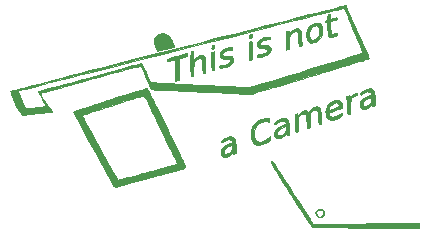
<source format=gbr>
G04 #@! TF.GenerationSoftware,KiCad,Pcbnew,5.1.2*
G04 #@! TF.CreationDate,2019-07-01T15:55:53-05:00*
G04 #@! TF.ProjectId,Camera,43616d65-7261-42e6-9b69-6361645f7063,rev?*
G04 #@! TF.SameCoordinates,Original*
G04 #@! TF.FileFunction,Legend,Top*
G04 #@! TF.FilePolarity,Positive*
%FSLAX46Y46*%
G04 Gerber Fmt 4.6, Leading zero omitted, Abs format (unit mm)*
G04 Created by KiCad (PCBNEW 5.1.2) date 2019-07-01 15:55:53*
%MOMM*%
%LPD*%
G04 APERTURE LIST*
%ADD10C,0.010000*%
G04 APERTURE END LIST*
D10*
G36*
X155355095Y-98787769D02*
G01*
X155361761Y-98885183D01*
X155363000Y-98961334D01*
X155368711Y-99081992D01*
X155383312Y-99158421D01*
X155394750Y-99172542D01*
X155450545Y-99160865D01*
X155558181Y-99131532D01*
X155634312Y-99109042D01*
X155783317Y-99066047D01*
X155868017Y-99051416D01*
X155904495Y-99066929D01*
X155908833Y-99114369D01*
X155905694Y-99139115D01*
X155880614Y-99197095D01*
X155813070Y-99244587D01*
X155685482Y-99292390D01*
X155627584Y-99309963D01*
X155363000Y-99387696D01*
X155363578Y-99820098D01*
X155365477Y-100064672D01*
X155373379Y-100236528D01*
X155391733Y-100347597D01*
X155424986Y-100409814D01*
X155477588Y-100435111D01*
X155553988Y-100435422D01*
X155591445Y-100431318D01*
X155722115Y-100410018D01*
X155826702Y-100384120D01*
X155842624Y-100378353D01*
X155896317Y-100368232D01*
X155910439Y-100413205D01*
X155906124Y-100466405D01*
X155887164Y-100540833D01*
X155837223Y-100588404D01*
X155733970Y-100626375D01*
X155680500Y-100640745D01*
X155483175Y-100683679D01*
X155347297Y-100692634D01*
X155257134Y-100668451D01*
X155249232Y-100663740D01*
X155187941Y-100591810D01*
X155145172Y-100461195D01*
X155119448Y-100264143D01*
X155109293Y-99992900D01*
X155109000Y-99927307D01*
X155108186Y-99723586D01*
X155103982Y-99590618D01*
X155093745Y-99514492D01*
X155074834Y-99481299D01*
X155044605Y-99477127D01*
X155024334Y-99481600D01*
X154959520Y-99481137D01*
X154939898Y-99419097D01*
X154939667Y-99404723D01*
X154973459Y-99310639D01*
X155024334Y-99278834D01*
X155076579Y-99246839D01*
X155102011Y-99178720D01*
X155108986Y-99051112D01*
X155109000Y-99042100D01*
X155114163Y-98913166D01*
X155137298Y-98842120D01*
X155189876Y-98802432D01*
X155217589Y-98790952D01*
X155303535Y-98760552D01*
X155344589Y-98749667D01*
X155355095Y-98787769D01*
X155355095Y-98787769D01*
G37*
X155355095Y-98787769D02*
X155361761Y-98885183D01*
X155363000Y-98961334D01*
X155368711Y-99081992D01*
X155383312Y-99158421D01*
X155394750Y-99172542D01*
X155450545Y-99160865D01*
X155558181Y-99131532D01*
X155634312Y-99109042D01*
X155783317Y-99066047D01*
X155868017Y-99051416D01*
X155904495Y-99066929D01*
X155908833Y-99114369D01*
X155905694Y-99139115D01*
X155880614Y-99197095D01*
X155813070Y-99244587D01*
X155685482Y-99292390D01*
X155627584Y-99309963D01*
X155363000Y-99387696D01*
X155363578Y-99820098D01*
X155365477Y-100064672D01*
X155373379Y-100236528D01*
X155391733Y-100347597D01*
X155424986Y-100409814D01*
X155477588Y-100435111D01*
X155553988Y-100435422D01*
X155591445Y-100431318D01*
X155722115Y-100410018D01*
X155826702Y-100384120D01*
X155842624Y-100378353D01*
X155896317Y-100368232D01*
X155910439Y-100413205D01*
X155906124Y-100466405D01*
X155887164Y-100540833D01*
X155837223Y-100588404D01*
X155733970Y-100626375D01*
X155680500Y-100640745D01*
X155483175Y-100683679D01*
X155347297Y-100692634D01*
X155257134Y-100668451D01*
X155249232Y-100663740D01*
X155187941Y-100591810D01*
X155145172Y-100461195D01*
X155119448Y-100264143D01*
X155109293Y-99992900D01*
X155109000Y-99927307D01*
X155108186Y-99723586D01*
X155103982Y-99590618D01*
X155093745Y-99514492D01*
X155074834Y-99481299D01*
X155044605Y-99477127D01*
X155024334Y-99481600D01*
X154959520Y-99481137D01*
X154939898Y-99419097D01*
X154939667Y-99404723D01*
X154973459Y-99310639D01*
X155024334Y-99278834D01*
X155076579Y-99246839D01*
X155102011Y-99178720D01*
X155108986Y-99051112D01*
X155109000Y-99042100D01*
X155114163Y-98913166D01*
X155137298Y-98842120D01*
X155189876Y-98802432D01*
X155217589Y-98790952D01*
X155303535Y-98760552D01*
X155344589Y-98749667D01*
X155355095Y-98787769D01*
G36*
X148704753Y-100460935D02*
G01*
X148716195Y-100526966D01*
X148716667Y-100607396D01*
X148707266Y-100720567D01*
X148670062Y-100777205D01*
X148621417Y-100797318D01*
X148519267Y-100818518D01*
X148474169Y-100795990D01*
X148462914Y-100711824D01*
X148462667Y-100674786D01*
X148475536Y-100564877D01*
X148526364Y-100505175D01*
X148571256Y-100484286D01*
X148662984Y-100452248D01*
X148704753Y-100460935D01*
X148704753Y-100460935D01*
G37*
X148704753Y-100460935D02*
X148716195Y-100526966D01*
X148716667Y-100607396D01*
X148707266Y-100720567D01*
X148670062Y-100777205D01*
X148621417Y-100797318D01*
X148519267Y-100818518D01*
X148474169Y-100795990D01*
X148462914Y-100711824D01*
X148462667Y-100674786D01*
X148475536Y-100564877D01*
X148526364Y-100505175D01*
X148571256Y-100484286D01*
X148662984Y-100452248D01*
X148704753Y-100460935D01*
G36*
X154349396Y-99520955D02*
G01*
X154445361Y-99557934D01*
X154524824Y-99628084D01*
X154606910Y-99733894D01*
X154661380Y-99836296D01*
X154664223Y-99844872D01*
X154686952Y-99987847D01*
X154690399Y-100174381D01*
X154676316Y-100367305D01*
X154646457Y-100529447D01*
X154629571Y-100579576D01*
X154507141Y-100791181D01*
X154341208Y-100964998D01*
X154147539Y-101092708D01*
X153941900Y-101165991D01*
X153740056Y-101176527D01*
X153585000Y-101130813D01*
X153440460Y-101014275D01*
X153343097Y-100843137D01*
X153293968Y-100633804D01*
X153294034Y-100538964D01*
X153560302Y-100538964D01*
X153582688Y-100649917D01*
X153662962Y-100826872D01*
X153775776Y-100925869D01*
X153918942Y-100946042D01*
X154090273Y-100886528D01*
X154127630Y-100865046D01*
X154264447Y-100737964D01*
X154362319Y-100560993D01*
X154417428Y-100357014D01*
X154425956Y-100148909D01*
X154384085Y-99959557D01*
X154301157Y-99825153D01*
X154209196Y-99749462D01*
X154109502Y-99732697D01*
X154055180Y-99739136D01*
X153882570Y-99807005D01*
X153737249Y-99939290D01*
X153628745Y-100117623D01*
X153566586Y-100323637D01*
X153560302Y-100538964D01*
X153294034Y-100538964D01*
X153294130Y-100402677D01*
X153344638Y-100166160D01*
X153446550Y-99940655D01*
X153502897Y-99855921D01*
X153656784Y-99707485D01*
X153861381Y-99591244D01*
X154084329Y-99523013D01*
X154207226Y-99511667D01*
X154349396Y-99520955D01*
X154349396Y-99520955D01*
G37*
X154349396Y-99520955D02*
X154445361Y-99557934D01*
X154524824Y-99628084D01*
X154606910Y-99733894D01*
X154661380Y-99836296D01*
X154664223Y-99844872D01*
X154686952Y-99987847D01*
X154690399Y-100174381D01*
X154676316Y-100367305D01*
X154646457Y-100529447D01*
X154629571Y-100579576D01*
X154507141Y-100791181D01*
X154341208Y-100964998D01*
X154147539Y-101092708D01*
X153941900Y-101165991D01*
X153740056Y-101176527D01*
X153585000Y-101130813D01*
X153440460Y-101014275D01*
X153343097Y-100843137D01*
X153293968Y-100633804D01*
X153294034Y-100538964D01*
X153560302Y-100538964D01*
X153582688Y-100649917D01*
X153662962Y-100826872D01*
X153775776Y-100925869D01*
X153918942Y-100946042D01*
X154090273Y-100886528D01*
X154127630Y-100865046D01*
X154264447Y-100737964D01*
X154362319Y-100560993D01*
X154417428Y-100357014D01*
X154425956Y-100148909D01*
X154384085Y-99959557D01*
X154301157Y-99825153D01*
X154209196Y-99749462D01*
X154109502Y-99732697D01*
X154055180Y-99739136D01*
X153882570Y-99807005D01*
X153737249Y-99939290D01*
X153628745Y-100117623D01*
X153566586Y-100323637D01*
X153560302Y-100538964D01*
X153294034Y-100538964D01*
X153294130Y-100402677D01*
X153344638Y-100166160D01*
X153446550Y-99940655D01*
X153502897Y-99855921D01*
X153656784Y-99707485D01*
X153861381Y-99591244D01*
X154084329Y-99523013D01*
X154207226Y-99511667D01*
X154349396Y-99520955D01*
G36*
X145533709Y-101381209D02*
G01*
X145541528Y-101465884D01*
X145541667Y-101500465D01*
X145522093Y-101630210D01*
X145454986Y-101696445D01*
X145345149Y-101713000D01*
X145303390Y-101688339D01*
X145292889Y-101603880D01*
X145295695Y-101557051D01*
X145316311Y-101447031D01*
X145367186Y-101391256D01*
X145425250Y-101370213D01*
X145500895Y-101355970D01*
X145533709Y-101381209D01*
X145533709Y-101381209D01*
G37*
X145533709Y-101381209D02*
X145541528Y-101465884D01*
X145541667Y-101500465D01*
X145522093Y-101630210D01*
X145454986Y-101696445D01*
X145345149Y-101713000D01*
X145303390Y-101688339D01*
X145292889Y-101603880D01*
X145295695Y-101557051D01*
X145316311Y-101447031D01*
X145367186Y-101391256D01*
X145425250Y-101370213D01*
X145500895Y-101355970D01*
X145533709Y-101381209D01*
G36*
X152665601Y-100012087D02*
G01*
X152791761Y-100110314D01*
X152797601Y-100117939D01*
X152834050Y-100175767D01*
X152859891Y-100245663D01*
X152877486Y-100343707D01*
X152889201Y-100485982D01*
X152897400Y-100688570D01*
X152901018Y-100821509D01*
X152915536Y-101405641D01*
X152789392Y-101449615D01*
X152663247Y-101493589D01*
X152646813Y-100931190D01*
X152636418Y-100670917D01*
X152619958Y-100483643D01*
X152593167Y-100357719D01*
X152551778Y-100281494D01*
X152491521Y-100243320D01*
X152408131Y-100231548D01*
X152390432Y-100231334D01*
X152210588Y-100271040D01*
X152048049Y-100380222D01*
X151950321Y-100501655D01*
X151914464Y-100577962D01*
X151888409Y-100680454D01*
X151869727Y-100825464D01*
X151855990Y-101029328D01*
X151849334Y-101180921D01*
X151828167Y-101728341D01*
X151711750Y-101759343D01*
X151595334Y-101790345D01*
X151595334Y-101015368D01*
X151596197Y-100736956D01*
X151599418Y-100531872D01*
X151605944Y-100388787D01*
X151616723Y-100296373D01*
X151632702Y-100243303D01*
X151654828Y-100218250D01*
X151662296Y-100214696D01*
X151778748Y-100190226D01*
X151839241Y-100228449D01*
X151849334Y-100283101D01*
X151853811Y-100336911D01*
X151877445Y-100338314D01*
X151935533Y-100282497D01*
X151969929Y-100245167D01*
X152141404Y-100097779D01*
X152324874Y-100008210D01*
X152504789Y-99978849D01*
X152665601Y-100012087D01*
X152665601Y-100012087D01*
G37*
X152665601Y-100012087D02*
X152791761Y-100110314D01*
X152797601Y-100117939D01*
X152834050Y-100175767D01*
X152859891Y-100245663D01*
X152877486Y-100343707D01*
X152889201Y-100485982D01*
X152897400Y-100688570D01*
X152901018Y-100821509D01*
X152915536Y-101405641D01*
X152789392Y-101449615D01*
X152663247Y-101493589D01*
X152646813Y-100931190D01*
X152636418Y-100670917D01*
X152619958Y-100483643D01*
X152593167Y-100357719D01*
X152551778Y-100281494D01*
X152491521Y-100243320D01*
X152408131Y-100231548D01*
X152390432Y-100231334D01*
X152210588Y-100271040D01*
X152048049Y-100380222D01*
X151950321Y-100501655D01*
X151914464Y-100577962D01*
X151888409Y-100680454D01*
X151869727Y-100825464D01*
X151855990Y-101029328D01*
X151849334Y-101180921D01*
X151828167Y-101728341D01*
X151711750Y-101759343D01*
X151595334Y-101790345D01*
X151595334Y-101015368D01*
X151596197Y-100736956D01*
X151599418Y-100531872D01*
X151605944Y-100388787D01*
X151616723Y-100296373D01*
X151632702Y-100243303D01*
X151654828Y-100218250D01*
X151662296Y-100214696D01*
X151778748Y-100190226D01*
X151839241Y-100228449D01*
X151849334Y-100283101D01*
X151853811Y-100336911D01*
X151877445Y-100338314D01*
X151935533Y-100282497D01*
X151969929Y-100245167D01*
X152141404Y-100097779D01*
X152324874Y-100008210D01*
X152504789Y-99978849D01*
X152665601Y-100012087D01*
G36*
X150163481Y-100671341D02*
G01*
X150220332Y-100705887D01*
X150239887Y-100777922D01*
X150240667Y-100805332D01*
X150233406Y-100866792D01*
X150197194Y-100897396D01*
X150110388Y-100907755D01*
X150029857Y-100908667D01*
X149792303Y-100931733D01*
X149600988Y-100996771D01*
X149466531Y-101097540D01*
X149399553Y-101227797D01*
X149394000Y-101282355D01*
X149407588Y-101343797D01*
X149457463Y-101383720D01*
X149557288Y-101406281D01*
X149720728Y-101415639D01*
X149835401Y-101416667D01*
X150042361Y-101428527D01*
X150179104Y-101469559D01*
X150257439Y-101547942D01*
X150289172Y-101671853D01*
X150291467Y-101732564D01*
X150259588Y-101909121D01*
X150158445Y-102068020D01*
X150017637Y-102195226D01*
X149880721Y-102272755D01*
X149693716Y-102345006D01*
X149491022Y-102401226D01*
X149307038Y-102430661D01*
X149258106Y-102432667D01*
X149174215Y-102421055D01*
X149143351Y-102368497D01*
X149140000Y-102305667D01*
X149143682Y-102233941D01*
X149168394Y-102196080D01*
X149234638Y-102181263D01*
X149362915Y-102178670D01*
X149380635Y-102178667D01*
X149586387Y-102158765D01*
X149771469Y-102104779D01*
X149916447Y-102025284D01*
X150001888Y-101928860D01*
X150012560Y-101899741D01*
X150028886Y-101791075D01*
X150003560Y-101722669D01*
X149924288Y-101685819D01*
X149778774Y-101671826D01*
X149688879Y-101670667D01*
X149457022Y-101659560D01*
X149296903Y-101621992D01*
X149198008Y-101551597D01*
X149149828Y-101442006D01*
X149140648Y-101338532D01*
X149179905Y-101145487D01*
X149294619Y-100976393D01*
X149477420Y-100837646D01*
X149720940Y-100735642D01*
X149879514Y-100697249D01*
X150054740Y-100669918D01*
X150163481Y-100671341D01*
X150163481Y-100671341D01*
G37*
X150163481Y-100671341D02*
X150220332Y-100705887D01*
X150239887Y-100777922D01*
X150240667Y-100805332D01*
X150233406Y-100866792D01*
X150197194Y-100897396D01*
X150110388Y-100907755D01*
X150029857Y-100908667D01*
X149792303Y-100931733D01*
X149600988Y-100996771D01*
X149466531Y-101097540D01*
X149399553Y-101227797D01*
X149394000Y-101282355D01*
X149407588Y-101343797D01*
X149457463Y-101383720D01*
X149557288Y-101406281D01*
X149720728Y-101415639D01*
X149835401Y-101416667D01*
X150042361Y-101428527D01*
X150179104Y-101469559D01*
X150257439Y-101547942D01*
X150289172Y-101671853D01*
X150291467Y-101732564D01*
X150259588Y-101909121D01*
X150158445Y-102068020D01*
X150017637Y-102195226D01*
X149880721Y-102272755D01*
X149693716Y-102345006D01*
X149491022Y-102401226D01*
X149307038Y-102430661D01*
X149258106Y-102432667D01*
X149174215Y-102421055D01*
X149143351Y-102368497D01*
X149140000Y-102305667D01*
X149143682Y-102233941D01*
X149168394Y-102196080D01*
X149234638Y-102181263D01*
X149362915Y-102178670D01*
X149380635Y-102178667D01*
X149586387Y-102158765D01*
X149771469Y-102104779D01*
X149916447Y-102025284D01*
X150001888Y-101928860D01*
X150012560Y-101899741D01*
X150028886Y-101791075D01*
X150003560Y-101722669D01*
X149924288Y-101685819D01*
X149778774Y-101671826D01*
X149688879Y-101670667D01*
X149457022Y-101659560D01*
X149296903Y-101621992D01*
X149198008Y-101551597D01*
X149149828Y-101442006D01*
X149140648Y-101338532D01*
X149179905Y-101145487D01*
X149294619Y-100976393D01*
X149477420Y-100837646D01*
X149720940Y-100735642D01*
X149879514Y-100697249D01*
X150054740Y-100669918D01*
X150163481Y-100671341D01*
G36*
X148675744Y-101101796D02*
G01*
X148697238Y-101165556D01*
X148709473Y-101278516D01*
X148715057Y-101450880D01*
X148716598Y-101692850D01*
X148716667Y-101835471D01*
X148715773Y-102110399D01*
X148712440Y-102312130D01*
X148705688Y-102452120D01*
X148694536Y-102541827D01*
X148678006Y-102592707D01*
X148655118Y-102616217D01*
X148649704Y-102618638D01*
X148584787Y-102641265D01*
X148536951Y-102645299D01*
X148503590Y-102620537D01*
X148482096Y-102556778D01*
X148469860Y-102443818D01*
X148464276Y-102271454D01*
X148462736Y-102029484D01*
X148462667Y-101886863D01*
X148463560Y-101611935D01*
X148466893Y-101410204D01*
X148473646Y-101270214D01*
X148484798Y-101180507D01*
X148501328Y-101129627D01*
X148524216Y-101106117D01*
X148529629Y-101103696D01*
X148594547Y-101081069D01*
X148642383Y-101077035D01*
X148675744Y-101101796D01*
X148675744Y-101101796D01*
G37*
X148675744Y-101101796D02*
X148697238Y-101165556D01*
X148709473Y-101278516D01*
X148715057Y-101450880D01*
X148716598Y-101692850D01*
X148716667Y-101835471D01*
X148715773Y-102110399D01*
X148712440Y-102312130D01*
X148705688Y-102452120D01*
X148694536Y-102541827D01*
X148678006Y-102592707D01*
X148655118Y-102616217D01*
X148649704Y-102618638D01*
X148584787Y-102641265D01*
X148536951Y-102645299D01*
X148503590Y-102620537D01*
X148482096Y-102556778D01*
X148469860Y-102443818D01*
X148464276Y-102271454D01*
X148462736Y-102029484D01*
X148462667Y-101886863D01*
X148463560Y-101611935D01*
X148466893Y-101410204D01*
X148473646Y-101270214D01*
X148484798Y-101180507D01*
X148501328Y-101129627D01*
X148524216Y-101106117D01*
X148529629Y-101103696D01*
X148594547Y-101081069D01*
X148642383Y-101077035D01*
X148675744Y-101101796D01*
G36*
X147032896Y-101555946D02*
G01*
X147062604Y-101610319D01*
X147065667Y-101670667D01*
X147061416Y-101744523D01*
X147034447Y-101782192D01*
X146963436Y-101795866D01*
X146843417Y-101797733D01*
X146611481Y-101825849D01*
X146419940Y-101905002D01*
X146285285Y-102027619D01*
X146262191Y-102064640D01*
X146222454Y-102150899D01*
X146230847Y-102201440D01*
X146276103Y-102241701D01*
X146381040Y-102278756D01*
X146567211Y-102294006D01*
X146672752Y-102293866D01*
X146839820Y-102293376D01*
X146945175Y-102303291D01*
X147011620Y-102328894D01*
X147061955Y-102375468D01*
X147070733Y-102386078D01*
X147137531Y-102530367D01*
X147135990Y-102696420D01*
X147072137Y-102865525D01*
X146951996Y-103018965D01*
X146838851Y-103106281D01*
X146696879Y-103173980D01*
X146507538Y-103238991D01*
X146307420Y-103290885D01*
X146133119Y-103319233D01*
X146083106Y-103321667D01*
X145999215Y-103310055D01*
X145968351Y-103257497D01*
X145965000Y-103194667D01*
X145968560Y-103123421D01*
X145992785Y-103085528D01*
X146057992Y-103070456D01*
X146184498Y-103067675D01*
X146210030Y-103067667D01*
X146429522Y-103044930D01*
X146625011Y-102982648D01*
X146777304Y-102889715D01*
X146867208Y-102775027D01*
X146872787Y-102760532D01*
X146891218Y-102659744D01*
X146857117Y-102595615D01*
X146761105Y-102562259D01*
X146593801Y-102553791D01*
X146544843Y-102554728D01*
X146382384Y-102552049D01*
X146238469Y-102537473D01*
X146160819Y-102519356D01*
X146048764Y-102437776D01*
X145992767Y-102312050D01*
X145991741Y-102160504D01*
X146044599Y-102001467D01*
X146150255Y-101853263D01*
X146203227Y-101804254D01*
X146352232Y-101711881D01*
X146549282Y-101629194D01*
X146757810Y-101568919D01*
X146941246Y-101543782D01*
X146952027Y-101543667D01*
X147032896Y-101555946D01*
X147032896Y-101555946D01*
G37*
X147032896Y-101555946D02*
X147062604Y-101610319D01*
X147065667Y-101670667D01*
X147061416Y-101744523D01*
X147034447Y-101782192D01*
X146963436Y-101795866D01*
X146843417Y-101797733D01*
X146611481Y-101825849D01*
X146419940Y-101905002D01*
X146285285Y-102027619D01*
X146262191Y-102064640D01*
X146222454Y-102150899D01*
X146230847Y-102201440D01*
X146276103Y-102241701D01*
X146381040Y-102278756D01*
X146567211Y-102294006D01*
X146672752Y-102293866D01*
X146839820Y-102293376D01*
X146945175Y-102303291D01*
X147011620Y-102328894D01*
X147061955Y-102375468D01*
X147070733Y-102386078D01*
X147137531Y-102530367D01*
X147135990Y-102696420D01*
X147072137Y-102865525D01*
X146951996Y-103018965D01*
X146838851Y-103106281D01*
X146696879Y-103173980D01*
X146507538Y-103238991D01*
X146307420Y-103290885D01*
X146133119Y-103319233D01*
X146083106Y-103321667D01*
X145999215Y-103310055D01*
X145968351Y-103257497D01*
X145965000Y-103194667D01*
X145968560Y-103123421D01*
X145992785Y-103085528D01*
X146057992Y-103070456D01*
X146184498Y-103067675D01*
X146210030Y-103067667D01*
X146429522Y-103044930D01*
X146625011Y-102982648D01*
X146777304Y-102889715D01*
X146867208Y-102775027D01*
X146872787Y-102760532D01*
X146891218Y-102659744D01*
X146857117Y-102595615D01*
X146761105Y-102562259D01*
X146593801Y-102553791D01*
X146544843Y-102554728D01*
X146382384Y-102552049D01*
X146238469Y-102537473D01*
X146160819Y-102519356D01*
X146048764Y-102437776D01*
X145992767Y-102312050D01*
X145991741Y-102160504D01*
X146044599Y-102001467D01*
X146150255Y-101853263D01*
X146203227Y-101804254D01*
X146352232Y-101711881D01*
X146549282Y-101629194D01*
X146757810Y-101568919D01*
X146941246Y-101543782D01*
X146952027Y-101543667D01*
X147032896Y-101555946D01*
G36*
X145541667Y-102705506D02*
G01*
X145540806Y-102984207D01*
X145537594Y-103189570D01*
X145531086Y-103332912D01*
X145520337Y-103425551D01*
X145504403Y-103478803D01*
X145482339Y-103503987D01*
X145474704Y-103507638D01*
X145409800Y-103530261D01*
X145361970Y-103534301D01*
X145328609Y-103509556D01*
X145307111Y-103445826D01*
X145294871Y-103332908D01*
X145289281Y-103160604D01*
X145287736Y-102918712D01*
X145287667Y-102775475D01*
X145287667Y-102017616D01*
X145414667Y-101973344D01*
X145541667Y-101929071D01*
X145541667Y-102705506D01*
X145541667Y-102705506D01*
G37*
X145541667Y-102705506D02*
X145540806Y-102984207D01*
X145537594Y-103189570D01*
X145531086Y-103332912D01*
X145520337Y-103425551D01*
X145504403Y-103478803D01*
X145482339Y-103503987D01*
X145474704Y-103507638D01*
X145409800Y-103530261D01*
X145361970Y-103534301D01*
X145328609Y-103509556D01*
X145307111Y-103445826D01*
X145294871Y-103332908D01*
X145289281Y-103160604D01*
X145287736Y-102918712D01*
X145287667Y-102775475D01*
X145287667Y-102017616D01*
X145414667Y-101973344D01*
X145541667Y-101929071D01*
X145541667Y-102705506D01*
G36*
X143747547Y-101886428D02*
G01*
X143758499Y-101966035D01*
X143763026Y-102107267D01*
X143763667Y-102240886D01*
X143763667Y-102650830D01*
X143874543Y-102519061D01*
X144049558Y-102361122D01*
X144264699Y-102265220D01*
X144367155Y-102241315D01*
X144476658Y-102230509D01*
X144557981Y-102258739D01*
X144651096Y-102339917D01*
X144651442Y-102340262D01*
X144779667Y-102468487D01*
X144779667Y-103081048D01*
X144778426Y-103325612D01*
X144773814Y-103498248D01*
X144764497Y-103611673D01*
X144749141Y-103678599D01*
X144726412Y-103711743D01*
X144712704Y-103719304D01*
X144639816Y-103743648D01*
X144588828Y-103743827D01*
X144555836Y-103708578D01*
X144536932Y-103626640D01*
X144528210Y-103486749D01*
X144525764Y-103277643D01*
X144525667Y-103180061D01*
X144524496Y-102947666D01*
X144519692Y-102784773D01*
X144509314Y-102676234D01*
X144491423Y-102606902D01*
X144464079Y-102561628D01*
X144443843Y-102541073D01*
X144332069Y-102491864D01*
X144194011Y-102505245D01*
X144049143Y-102572569D01*
X143916936Y-102685189D01*
X143826321Y-102815302D01*
X143796173Y-102905121D01*
X143776502Y-103044436D01*
X143766109Y-103245653D01*
X143763667Y-103462794D01*
X143762995Y-103681765D01*
X143759306Y-103830618D01*
X143750090Y-103923899D01*
X143732834Y-103976155D01*
X143705030Y-104001934D01*
X143668417Y-104014651D01*
X143580547Y-104035096D01*
X143541417Y-104040755D01*
X143532820Y-104000455D01*
X143525107Y-103886704D01*
X143518607Y-103710720D01*
X143513651Y-103483716D01*
X143510568Y-103216907D01*
X143509667Y-102961834D01*
X143510318Y-102625210D01*
X143512605Y-102364305D01*
X143517023Y-102170180D01*
X143524070Y-102033895D01*
X143534244Y-101946510D01*
X143548041Y-101899086D01*
X143565958Y-101882682D01*
X143569704Y-101882334D01*
X143662797Y-101867483D01*
X143696704Y-101856638D01*
X143727754Y-101854583D01*
X143747547Y-101886428D01*
X143747547Y-101886428D01*
G37*
X143747547Y-101886428D02*
X143758499Y-101966035D01*
X143763026Y-102107267D01*
X143763667Y-102240886D01*
X143763667Y-102650830D01*
X143874543Y-102519061D01*
X144049558Y-102361122D01*
X144264699Y-102265220D01*
X144367155Y-102241315D01*
X144476658Y-102230509D01*
X144557981Y-102258739D01*
X144651096Y-102339917D01*
X144651442Y-102340262D01*
X144779667Y-102468487D01*
X144779667Y-103081048D01*
X144778426Y-103325612D01*
X144773814Y-103498248D01*
X144764497Y-103611673D01*
X144749141Y-103678599D01*
X144726412Y-103711743D01*
X144712704Y-103719304D01*
X144639816Y-103743648D01*
X144588828Y-103743827D01*
X144555836Y-103708578D01*
X144536932Y-103626640D01*
X144528210Y-103486749D01*
X144525764Y-103277643D01*
X144525667Y-103180061D01*
X144524496Y-102947666D01*
X144519692Y-102784773D01*
X144509314Y-102676234D01*
X144491423Y-102606902D01*
X144464079Y-102561628D01*
X144443843Y-102541073D01*
X144332069Y-102491864D01*
X144194011Y-102505245D01*
X144049143Y-102572569D01*
X143916936Y-102685189D01*
X143826321Y-102815302D01*
X143796173Y-102905121D01*
X143776502Y-103044436D01*
X143766109Y-103245653D01*
X143763667Y-103462794D01*
X143762995Y-103681765D01*
X143759306Y-103830618D01*
X143750090Y-103923899D01*
X143732834Y-103976155D01*
X143705030Y-104001934D01*
X143668417Y-104014651D01*
X143580547Y-104035096D01*
X143541417Y-104040755D01*
X143532820Y-104000455D01*
X143525107Y-103886704D01*
X143518607Y-103710720D01*
X143513651Y-103483716D01*
X143510568Y-103216907D01*
X143509667Y-102961834D01*
X143510318Y-102625210D01*
X143512605Y-102364305D01*
X143517023Y-102170180D01*
X143524070Y-102033895D01*
X143534244Y-101946510D01*
X143548041Y-101899086D01*
X143565958Y-101882682D01*
X143569704Y-101882334D01*
X143662797Y-101867483D01*
X143696704Y-101856638D01*
X143727754Y-101854583D01*
X143747547Y-101886428D01*
G36*
X143255667Y-102183389D02*
G01*
X143248308Y-102252569D01*
X143213338Y-102298307D01*
X143131415Y-102335514D01*
X143012250Y-102371061D01*
X142859960Y-102413909D01*
X142725850Y-102452413D01*
X142663000Y-102470994D01*
X142557167Y-102503168D01*
X142545758Y-103420417D01*
X142541979Y-103688809D01*
X142537791Y-103926212D01*
X142533481Y-104120452D01*
X142529333Y-104259353D01*
X142525630Y-104330740D01*
X142524312Y-104337667D01*
X142481278Y-104348065D01*
X142389518Y-104373459D01*
X142376971Y-104377045D01*
X142239667Y-104416423D01*
X142239667Y-103509212D01*
X142238703Y-103242362D01*
X142236007Y-103006569D01*
X142231871Y-102814077D01*
X142226588Y-102677127D01*
X142220451Y-102607963D01*
X142217964Y-102602000D01*
X142169512Y-102612531D01*
X142061417Y-102640354D01*
X141915532Y-102679814D01*
X141890732Y-102686667D01*
X141713577Y-102735080D01*
X141603265Y-102760093D01*
X141544944Y-102760541D01*
X141523761Y-102735261D01*
X141524864Y-102683089D01*
X141527772Y-102658223D01*
X141535492Y-102619681D01*
X141555471Y-102586803D01*
X141598138Y-102555349D01*
X141673921Y-102521079D01*
X141793248Y-102479754D01*
X141966547Y-102427136D01*
X142204248Y-102358983D01*
X142398417Y-102304294D01*
X143255667Y-102063476D01*
X143255667Y-102183389D01*
X143255667Y-102183389D01*
G37*
X143255667Y-102183389D02*
X143248308Y-102252569D01*
X143213338Y-102298307D01*
X143131415Y-102335514D01*
X143012250Y-102371061D01*
X142859960Y-102413909D01*
X142725850Y-102452413D01*
X142663000Y-102470994D01*
X142557167Y-102503168D01*
X142545758Y-103420417D01*
X142541979Y-103688809D01*
X142537791Y-103926212D01*
X142533481Y-104120452D01*
X142529333Y-104259353D01*
X142525630Y-104330740D01*
X142524312Y-104337667D01*
X142481278Y-104348065D01*
X142389518Y-104373459D01*
X142376971Y-104377045D01*
X142239667Y-104416423D01*
X142239667Y-103509212D01*
X142238703Y-103242362D01*
X142236007Y-103006569D01*
X142231871Y-102814077D01*
X142226588Y-102677127D01*
X142220451Y-102607963D01*
X142217964Y-102602000D01*
X142169512Y-102612531D01*
X142061417Y-102640354D01*
X141915532Y-102679814D01*
X141890732Y-102686667D01*
X141713577Y-102735080D01*
X141603265Y-102760093D01*
X141544944Y-102760541D01*
X141523761Y-102735261D01*
X141524864Y-102683089D01*
X141527772Y-102658223D01*
X141535492Y-102619681D01*
X141555471Y-102586803D01*
X141598138Y-102555349D01*
X141673921Y-102521079D01*
X141793248Y-102479754D01*
X141966547Y-102427136D01*
X142204248Y-102358983D01*
X142398417Y-102304294D01*
X143255667Y-102063476D01*
X143255667Y-102183389D01*
G36*
X141274898Y-100377556D02*
G01*
X141398414Y-100418525D01*
X141547724Y-100511109D01*
X141697640Y-100651334D01*
X141817126Y-100808308D01*
X141848287Y-100866334D01*
X141908999Y-101003234D01*
X141972747Y-101155763D01*
X142031585Y-101303634D01*
X142077567Y-101426555D01*
X142102747Y-101504238D01*
X142104551Y-101520704D01*
X142061094Y-101533802D01*
X141949776Y-101563243D01*
X141785001Y-101605327D01*
X141581167Y-101656355D01*
X141456500Y-101687171D01*
X141231139Y-101742887D01*
X141030942Y-101792860D01*
X140872188Y-101832989D01*
X140771158Y-101859174D01*
X140747208Y-101865807D01*
X140672568Y-101853440D01*
X140645674Y-101811169D01*
X140615356Y-101731654D01*
X140564843Y-101604892D01*
X140518883Y-101492026D01*
X140437419Y-101213081D01*
X140433907Y-100964596D01*
X140507693Y-100748639D01*
X140658123Y-100567281D01*
X140851564Y-100438880D01*
X141064149Y-100367394D01*
X141274898Y-100377556D01*
X141274898Y-100377556D01*
G37*
X141274898Y-100377556D02*
X141398414Y-100418525D01*
X141547724Y-100511109D01*
X141697640Y-100651334D01*
X141817126Y-100808308D01*
X141848287Y-100866334D01*
X141908999Y-101003234D01*
X141972747Y-101155763D01*
X142031585Y-101303634D01*
X142077567Y-101426555D01*
X142102747Y-101504238D01*
X142104551Y-101520704D01*
X142061094Y-101533802D01*
X141949776Y-101563243D01*
X141785001Y-101605327D01*
X141581167Y-101656355D01*
X141456500Y-101687171D01*
X141231139Y-101742887D01*
X141030942Y-101792860D01*
X140872188Y-101832989D01*
X140771158Y-101859174D01*
X140747208Y-101865807D01*
X140672568Y-101853440D01*
X140645674Y-101811169D01*
X140615356Y-101731654D01*
X140564843Y-101604892D01*
X140518883Y-101492026D01*
X140437419Y-101213081D01*
X140433907Y-100964596D01*
X140507693Y-100748639D01*
X140658123Y-100567281D01*
X140851564Y-100438880D01*
X141064149Y-100367394D01*
X141274898Y-100377556D01*
G36*
X158842263Y-105085837D02*
G01*
X158965140Y-105181287D01*
X159027565Y-105290174D01*
X159052894Y-105387477D01*
X159077868Y-105547050D01*
X159099566Y-105746536D01*
X159114750Y-105957567D01*
X159142872Y-106483600D01*
X159041519Y-106510722D01*
X158936369Y-106534125D01*
X158889037Y-106523246D01*
X158876873Y-106470134D01*
X158876667Y-106452860D01*
X158868473Y-106411063D01*
X158835840Y-106422155D01*
X158766692Y-106492294D01*
X158739745Y-106522666D01*
X158626859Y-106630369D01*
X158505816Y-106715804D01*
X158465938Y-106735806D01*
X158296257Y-106782982D01*
X158129007Y-106790081D01*
X157991838Y-106758119D01*
X157931231Y-106716139D01*
X157853527Y-106572995D01*
X157830101Y-106392936D01*
X157832930Y-106376510D01*
X158093222Y-106376510D01*
X158138862Y-106481108D01*
X158238011Y-106535629D01*
X158379354Y-106533552D01*
X158539687Y-106474628D01*
X158659461Y-106373190D01*
X158758942Y-106218149D01*
X158821443Y-106040496D01*
X158834334Y-105927471D01*
X158834334Y-105778236D01*
X158613633Y-105865228D01*
X158402752Y-105955602D01*
X158259469Y-106037091D01*
X158169010Y-106120396D01*
X158116603Y-106216221D01*
X158112404Y-106228356D01*
X158093222Y-106376510D01*
X157832930Y-106376510D01*
X157858494Y-106228082D01*
X157957982Y-106052023D01*
X158129286Y-105890349D01*
X158359645Y-105753534D01*
X158513603Y-105690292D01*
X158690408Y-105620497D01*
X158791451Y-105558792D01*
X158824012Y-105496758D01*
X158795372Y-105425974D01*
X158769407Y-105394423D01*
X158656352Y-105329443D01*
X158498737Y-105323302D01*
X158310145Y-105373294D01*
X158104159Y-105476713D01*
X157998250Y-105548080D01*
X157931825Y-105591340D01*
X157906822Y-105574898D01*
X157903000Y-105488759D01*
X157909708Y-105420448D01*
X157940259Y-105366494D01*
X158010295Y-105312381D01*
X158135458Y-105243588D01*
X158205021Y-105208428D01*
X158464904Y-105099676D01*
X158676418Y-105058722D01*
X158842263Y-105085837D01*
X158842263Y-105085837D01*
G37*
X158842263Y-105085837D02*
X158965140Y-105181287D01*
X159027565Y-105290174D01*
X159052894Y-105387477D01*
X159077868Y-105547050D01*
X159099566Y-105746536D01*
X159114750Y-105957567D01*
X159142872Y-106483600D01*
X159041519Y-106510722D01*
X158936369Y-106534125D01*
X158889037Y-106523246D01*
X158876873Y-106470134D01*
X158876667Y-106452860D01*
X158868473Y-106411063D01*
X158835840Y-106422155D01*
X158766692Y-106492294D01*
X158739745Y-106522666D01*
X158626859Y-106630369D01*
X158505816Y-106715804D01*
X158465938Y-106735806D01*
X158296257Y-106782982D01*
X158129007Y-106790081D01*
X157991838Y-106758119D01*
X157931231Y-106716139D01*
X157853527Y-106572995D01*
X157830101Y-106392936D01*
X157832930Y-106376510D01*
X158093222Y-106376510D01*
X158138862Y-106481108D01*
X158238011Y-106535629D01*
X158379354Y-106533552D01*
X158539687Y-106474628D01*
X158659461Y-106373190D01*
X158758942Y-106218149D01*
X158821443Y-106040496D01*
X158834334Y-105927471D01*
X158834334Y-105778236D01*
X158613633Y-105865228D01*
X158402752Y-105955602D01*
X158259469Y-106037091D01*
X158169010Y-106120396D01*
X158116603Y-106216221D01*
X158112404Y-106228356D01*
X158093222Y-106376510D01*
X157832930Y-106376510D01*
X157858494Y-106228082D01*
X157957982Y-106052023D01*
X158129286Y-105890349D01*
X158359645Y-105753534D01*
X158513603Y-105690292D01*
X158690408Y-105620497D01*
X158791451Y-105558792D01*
X158824012Y-105496758D01*
X158795372Y-105425974D01*
X158769407Y-105394423D01*
X158656352Y-105329443D01*
X158498737Y-105323302D01*
X158310145Y-105373294D01*
X158104159Y-105476713D01*
X157998250Y-105548080D01*
X157931825Y-105591340D01*
X157906822Y-105574898D01*
X157903000Y-105488759D01*
X157909708Y-105420448D01*
X157940259Y-105366494D01*
X158010295Y-105312381D01*
X158135458Y-105243588D01*
X158205021Y-105208428D01*
X158464904Y-105099676D01*
X158676418Y-105058722D01*
X158842263Y-105085837D01*
G36*
X157603550Y-105450460D02*
G01*
X157606667Y-105516784D01*
X157592426Y-105610688D01*
X157532310Y-105656796D01*
X157478653Y-105671390D01*
X157357405Y-105718912D01*
X157235625Y-105796446D01*
X157227479Y-105803139D01*
X157133555Y-105900986D01*
X157070028Y-106019105D01*
X157033552Y-106172633D01*
X157020782Y-106376709D01*
X157028373Y-106646471D01*
X157030990Y-106692344D01*
X157042414Y-106899955D01*
X157046012Y-107039029D01*
X157040109Y-107125474D01*
X157023030Y-107175195D01*
X156993098Y-107204100D01*
X156976036Y-107213995D01*
X156890244Y-107250299D01*
X156837646Y-107237685D01*
X156806944Y-107164302D01*
X156786840Y-107018301D01*
X156786536Y-107015250D01*
X156774537Y-106873260D01*
X156760473Y-106674757D01*
X156746228Y-106447803D01*
X156735411Y-106253965D01*
X156708397Y-105736096D01*
X156821621Y-105693048D01*
X156919431Y-105658630D01*
X156961623Y-105662327D01*
X156971774Y-105712315D01*
X156972136Y-105745250D01*
X156977092Y-105798921D01*
X157000418Y-105797144D01*
X157055979Y-105734453D01*
X157081695Y-105702078D01*
X157256989Y-105537767D01*
X157486946Y-105427497D01*
X157511417Y-105419677D01*
X157578388Y-105409530D01*
X157603550Y-105450460D01*
X157603550Y-105450460D01*
G37*
X157603550Y-105450460D02*
X157606667Y-105516784D01*
X157592426Y-105610688D01*
X157532310Y-105656796D01*
X157478653Y-105671390D01*
X157357405Y-105718912D01*
X157235625Y-105796446D01*
X157227479Y-105803139D01*
X157133555Y-105900986D01*
X157070028Y-106019105D01*
X157033552Y-106172633D01*
X157020782Y-106376709D01*
X157028373Y-106646471D01*
X157030990Y-106692344D01*
X157042414Y-106899955D01*
X157046012Y-107039029D01*
X157040109Y-107125474D01*
X157023030Y-107175195D01*
X156993098Y-107204100D01*
X156976036Y-107213995D01*
X156890244Y-107250299D01*
X156837646Y-107237685D01*
X156806944Y-107164302D01*
X156786840Y-107018301D01*
X156786536Y-107015250D01*
X156774537Y-106873260D01*
X156760473Y-106674757D01*
X156746228Y-106447803D01*
X156735411Y-106253965D01*
X156708397Y-105736096D01*
X156821621Y-105693048D01*
X156919431Y-105658630D01*
X156961623Y-105662327D01*
X156971774Y-105712315D01*
X156972136Y-105745250D01*
X156977092Y-105798921D01*
X157000418Y-105797144D01*
X157055979Y-105734453D01*
X157081695Y-105702078D01*
X157256989Y-105537767D01*
X157486946Y-105427497D01*
X157511417Y-105419677D01*
X157578388Y-105409530D01*
X157603550Y-105450460D01*
G36*
X156645257Y-98031005D02*
G01*
X156665350Y-98072886D01*
X156715634Y-98184246D01*
X156792510Y-98356933D01*
X156892376Y-98582793D01*
X157011634Y-98853674D01*
X157146682Y-99161424D01*
X157293921Y-99497891D01*
X157373891Y-99681000D01*
X157538355Y-100057012D01*
X157703083Y-100432118D01*
X157862612Y-100793986D01*
X158011479Y-101130278D01*
X158144221Y-101428660D01*
X158255374Y-101676796D01*
X158339475Y-101862351D01*
X158353944Y-101893853D01*
X158447239Y-102097416D01*
X158526467Y-102272481D01*
X158585483Y-102405293D01*
X158618140Y-102482098D01*
X158622667Y-102495282D01*
X158617518Y-102500876D01*
X158599424Y-102509994D01*
X158564417Y-102523860D01*
X158508529Y-102543697D01*
X158427791Y-102570729D01*
X158318234Y-102606181D01*
X158175889Y-102651274D01*
X157996789Y-102707234D01*
X157776964Y-102775283D01*
X157512446Y-102856646D01*
X157199266Y-102952546D01*
X156833456Y-103064206D01*
X156411047Y-103192851D01*
X155928071Y-103339704D01*
X155380558Y-103505988D01*
X154764540Y-103692928D01*
X154076049Y-103901746D01*
X153311116Y-104133667D01*
X153182834Y-104172556D01*
X152592564Y-104351278D01*
X152023234Y-104523242D01*
X151480298Y-104686823D01*
X150969208Y-104840396D01*
X150495420Y-104982336D01*
X150064385Y-105111019D01*
X149681559Y-105224819D01*
X149352394Y-105322112D01*
X149082345Y-105401273D01*
X148876864Y-105460677D01*
X148741407Y-105498700D01*
X148681426Y-105513716D01*
X148681176Y-105513751D01*
X148614449Y-105517731D01*
X148495331Y-105518099D01*
X148319986Y-105514707D01*
X148084581Y-105507405D01*
X147785278Y-105496044D01*
X147418242Y-105480474D01*
X146979638Y-105460547D01*
X146465630Y-105436111D01*
X145872383Y-105407019D01*
X145626334Y-105394760D01*
X145455027Y-105386346D01*
X145221979Y-105375127D01*
X144935857Y-105361507D01*
X144605330Y-105345886D01*
X144239067Y-105328667D01*
X143845735Y-105310249D01*
X143434003Y-105291037D01*
X143012541Y-105271430D01*
X142590015Y-105251830D01*
X142175094Y-105232639D01*
X141776447Y-105214259D01*
X141402743Y-105197092D01*
X141062649Y-105181537D01*
X140764834Y-105167999D01*
X140517966Y-105156877D01*
X140330714Y-105148574D01*
X140211747Y-105143491D01*
X140170433Y-105142000D01*
X140138806Y-105105402D01*
X140099110Y-105013219D01*
X140083373Y-104965004D01*
X140036223Y-104828775D01*
X139968937Y-104658904D01*
X139913491Y-104531088D01*
X139852852Y-104395692D01*
X139768952Y-104205556D01*
X139671913Y-103983747D01*
X139571858Y-103753333D01*
X139549967Y-103702667D01*
X139462773Y-103500883D01*
X139388298Y-103328969D01*
X139332575Y-103200819D01*
X139301638Y-103130328D01*
X139297419Y-103121133D01*
X139256778Y-103130488D01*
X139141052Y-103160477D01*
X138956801Y-103209310D01*
X138710584Y-103275198D01*
X138408959Y-103356352D01*
X138058486Y-103450980D01*
X137665724Y-103557294D01*
X137237231Y-103673504D01*
X136779566Y-103797820D01*
X136299289Y-103928453D01*
X135802958Y-104063612D01*
X135297133Y-104201508D01*
X134788371Y-104340351D01*
X134283233Y-104478351D01*
X133788277Y-104613720D01*
X133310062Y-104744666D01*
X132855147Y-104869400D01*
X132430090Y-104986133D01*
X132041452Y-105093074D01*
X131695791Y-105188434D01*
X131399665Y-105270424D01*
X131159634Y-105337253D01*
X130982257Y-105387132D01*
X130874093Y-105418271D01*
X130842205Y-105428305D01*
X130817752Y-105448724D01*
X130815117Y-105488775D01*
X130838859Y-105559856D01*
X130893536Y-105673369D01*
X130983706Y-105840712D01*
X131066271Y-105988667D01*
X131271243Y-106329385D01*
X131463342Y-106600184D01*
X131602812Y-106760143D01*
X131711394Y-106873998D01*
X131789229Y-106963091D01*
X131823414Y-107012381D01*
X131823246Y-107017144D01*
X131777827Y-107025637D01*
X131660935Y-107041629D01*
X131485294Y-107063684D01*
X131263625Y-107090367D01*
X131008650Y-107120243D01*
X130733092Y-107151878D01*
X130449672Y-107183834D01*
X130171112Y-107214679D01*
X129910135Y-107242975D01*
X129679462Y-107267289D01*
X129491816Y-107286184D01*
X129359918Y-107298227D01*
X129298035Y-107302014D01*
X129218989Y-107271491D01*
X129134792Y-107174668D01*
X129088401Y-107099917D01*
X129018700Y-106984464D01*
X128963427Y-106902144D01*
X128942281Y-106877536D01*
X128911438Y-106829873D01*
X128856348Y-106720080D01*
X128783017Y-106562290D01*
X128697449Y-106370640D01*
X128605649Y-106159261D01*
X128513623Y-105942290D01*
X128427376Y-105733859D01*
X128352912Y-105548102D01*
X128296237Y-105399155D01*
X128263357Y-105301150D01*
X128258626Y-105268437D01*
X128301640Y-105256032D01*
X128313427Y-105252889D01*
X128867150Y-105252889D01*
X128873189Y-105298421D01*
X128912169Y-105404490D01*
X128977168Y-105556936D01*
X129061265Y-105741600D01*
X129157537Y-105944324D01*
X129259064Y-106150947D01*
X129358923Y-106347311D01*
X129450192Y-106519257D01*
X129525952Y-106652626D01*
X129579278Y-106733258D01*
X129599372Y-106750744D01*
X129654210Y-106746329D01*
X129779309Y-106733997D01*
X129960783Y-106715186D01*
X130184745Y-106691338D01*
X130437309Y-106663893D01*
X130449834Y-106662519D01*
X130700724Y-106634393D01*
X130921043Y-106608584D01*
X131097618Y-106586727D01*
X131217270Y-106570456D01*
X131266826Y-106561406D01*
X131267328Y-106561086D01*
X131251978Y-106521844D01*
X131201118Y-106421655D01*
X131121403Y-106272996D01*
X131019483Y-106088343D01*
X130938548Y-105944452D01*
X130825407Y-105741556D01*
X130730541Y-105565245D01*
X130660469Y-105428151D01*
X130621712Y-105342906D01*
X130616689Y-105320867D01*
X130659430Y-105307132D01*
X130778413Y-105272559D01*
X130968216Y-105218652D01*
X131223416Y-105146919D01*
X131538591Y-105058866D01*
X131908320Y-104956000D01*
X132327178Y-104839828D01*
X132789745Y-104711856D01*
X133290597Y-104573591D01*
X133824313Y-104426539D01*
X134385470Y-104272207D01*
X134840136Y-104147359D01*
X135422264Y-103987612D01*
X135983483Y-103833588D01*
X136518137Y-103686840D01*
X137020571Y-103548919D01*
X137485132Y-103421380D01*
X137906163Y-103305775D01*
X138278011Y-103203656D01*
X138595020Y-103116576D01*
X138851536Y-103046089D01*
X139041903Y-102993747D01*
X139160468Y-102961102D01*
X139198682Y-102950531D01*
X139353864Y-102907129D01*
X139706056Y-103712214D01*
X139813587Y-103954116D01*
X139912033Y-104168248D01*
X139995739Y-104342891D01*
X140059046Y-104466324D01*
X140096298Y-104526828D01*
X140101207Y-104530872D01*
X140148830Y-104534859D01*
X140275068Y-104542613D01*
X140473970Y-104553828D01*
X140739582Y-104568196D01*
X141065954Y-104585407D01*
X141447131Y-104605156D01*
X141877162Y-104627132D01*
X142350094Y-104651029D01*
X142859975Y-104676539D01*
X143400851Y-104703354D01*
X143966772Y-104731165D01*
X144081167Y-104736758D01*
X144656158Y-104764967D01*
X145210678Y-104792408D01*
X145738405Y-104818755D01*
X146233018Y-104843681D01*
X146688196Y-104866861D01*
X147097618Y-104887968D01*
X147454963Y-104906676D01*
X147753910Y-104922659D01*
X147988137Y-104935590D01*
X148151325Y-104945144D01*
X148237150Y-104950995D01*
X148242638Y-104951500D01*
X148283160Y-104953517D01*
X148332803Y-104951185D01*
X148396236Y-104943178D01*
X148478131Y-104928170D01*
X148583156Y-104904834D01*
X148715982Y-104871845D01*
X148881279Y-104827875D01*
X149083717Y-104771599D01*
X149327967Y-104701690D01*
X149618698Y-104616821D01*
X149960582Y-104515667D01*
X150358287Y-104396901D01*
X150816484Y-104259197D01*
X151339843Y-104101228D01*
X151933034Y-103921668D01*
X152600728Y-103719191D01*
X152878138Y-103635000D01*
X153477162Y-103453201D01*
X154058805Y-103276734D01*
X154617289Y-103107348D01*
X155146837Y-102946794D01*
X155641672Y-102796821D01*
X156096017Y-102659178D01*
X156504095Y-102535617D01*
X156860129Y-102427885D01*
X157158341Y-102337733D01*
X157392955Y-102266911D01*
X157558194Y-102217169D01*
X157648280Y-102190255D01*
X157649000Y-102190043D01*
X157814052Y-102139140D01*
X157947749Y-102093683D01*
X158029335Y-102060906D01*
X158043002Y-102052722D01*
X158033046Y-102009946D01*
X157994188Y-101898330D01*
X157930194Y-101727144D01*
X157844829Y-101505660D01*
X157741858Y-101243149D01*
X157625047Y-100948881D01*
X157498160Y-100632128D01*
X157364964Y-100302160D01*
X157229223Y-99968247D01*
X157094703Y-99639662D01*
X156965168Y-99325675D01*
X156844385Y-99035556D01*
X156736119Y-98778577D01*
X156644135Y-98564008D01*
X156572198Y-98401120D01*
X156524074Y-98299185D01*
X156506062Y-98268502D01*
X156488749Y-98269182D01*
X156441535Y-98277644D01*
X156362662Y-98294334D01*
X156250371Y-98319692D01*
X156102903Y-98354164D01*
X155918499Y-98398192D01*
X155695400Y-98452219D01*
X155431848Y-98516689D01*
X155126082Y-98592045D01*
X154776344Y-98678730D01*
X154380876Y-98777187D01*
X153937918Y-98887859D01*
X153445712Y-99011191D01*
X152902498Y-99147624D01*
X152306518Y-99297603D01*
X151656012Y-99461570D01*
X150949222Y-99639969D01*
X150184388Y-99833243D01*
X149359753Y-100041836D01*
X148473556Y-100266189D01*
X147524039Y-100506748D01*
X146509444Y-100763954D01*
X145428010Y-101038252D01*
X144277979Y-101330084D01*
X143057593Y-101639894D01*
X141765092Y-101968124D01*
X140398717Y-102315219D01*
X138956710Y-102681621D01*
X137437311Y-103067774D01*
X135838761Y-103474121D01*
X134767834Y-103746385D01*
X134249257Y-103878203D01*
X133706634Y-104016084D01*
X133153872Y-104156497D01*
X132604880Y-104295910D01*
X132073567Y-104430792D01*
X131573842Y-104557613D01*
X131119613Y-104672841D01*
X130724790Y-104772945D01*
X130513334Y-104826524D01*
X130155806Y-104917313D01*
X129824578Y-105001864D01*
X129528488Y-105077889D01*
X129276374Y-105143097D01*
X129077075Y-105195200D01*
X128939432Y-105231908D01*
X128872282Y-105250931D01*
X128867150Y-105252889D01*
X128313427Y-105252889D01*
X128423697Y-105223487D01*
X128621797Y-105171574D01*
X128892937Y-105101062D01*
X129234115Y-105012721D01*
X129642332Y-104907321D01*
X130114585Y-104785632D01*
X130647874Y-104648422D01*
X131239196Y-104496463D01*
X131885551Y-104330524D01*
X132583937Y-104151375D01*
X133331352Y-103959785D01*
X134124797Y-103756524D01*
X134961268Y-103542363D01*
X135837766Y-103318070D01*
X136751288Y-103084417D01*
X137698833Y-102842172D01*
X138677401Y-102592105D01*
X139683989Y-102334987D01*
X140715596Y-102071586D01*
X141769221Y-101802674D01*
X142112667Y-101715041D01*
X143176299Y-101443663D01*
X144220576Y-101177222D01*
X145242403Y-100916507D01*
X146238690Y-100662306D01*
X147206342Y-100415408D01*
X148142269Y-100176604D01*
X149043376Y-99946682D01*
X149906572Y-99726430D01*
X150728763Y-99516639D01*
X151506858Y-99318098D01*
X152237764Y-99131595D01*
X152918388Y-98957919D01*
X153545638Y-98797860D01*
X154116420Y-98652207D01*
X154627643Y-98521750D01*
X155076214Y-98407276D01*
X155459040Y-98309575D01*
X155773029Y-98229437D01*
X156015088Y-98167650D01*
X156182125Y-98125004D01*
X156271046Y-98102288D01*
X156281227Y-98099683D01*
X156440717Y-98061522D01*
X156565932Y-98036649D01*
X156636833Y-98028845D01*
X156645257Y-98031005D01*
X156645257Y-98031005D01*
G37*
X156645257Y-98031005D02*
X156665350Y-98072886D01*
X156715634Y-98184246D01*
X156792510Y-98356933D01*
X156892376Y-98582793D01*
X157011634Y-98853674D01*
X157146682Y-99161424D01*
X157293921Y-99497891D01*
X157373891Y-99681000D01*
X157538355Y-100057012D01*
X157703083Y-100432118D01*
X157862612Y-100793986D01*
X158011479Y-101130278D01*
X158144221Y-101428660D01*
X158255374Y-101676796D01*
X158339475Y-101862351D01*
X158353944Y-101893853D01*
X158447239Y-102097416D01*
X158526467Y-102272481D01*
X158585483Y-102405293D01*
X158618140Y-102482098D01*
X158622667Y-102495282D01*
X158617518Y-102500876D01*
X158599424Y-102509994D01*
X158564417Y-102523860D01*
X158508529Y-102543697D01*
X158427791Y-102570729D01*
X158318234Y-102606181D01*
X158175889Y-102651274D01*
X157996789Y-102707234D01*
X157776964Y-102775283D01*
X157512446Y-102856646D01*
X157199266Y-102952546D01*
X156833456Y-103064206D01*
X156411047Y-103192851D01*
X155928071Y-103339704D01*
X155380558Y-103505988D01*
X154764540Y-103692928D01*
X154076049Y-103901746D01*
X153311116Y-104133667D01*
X153182834Y-104172556D01*
X152592564Y-104351278D01*
X152023234Y-104523242D01*
X151480298Y-104686823D01*
X150969208Y-104840396D01*
X150495420Y-104982336D01*
X150064385Y-105111019D01*
X149681559Y-105224819D01*
X149352394Y-105322112D01*
X149082345Y-105401273D01*
X148876864Y-105460677D01*
X148741407Y-105498700D01*
X148681426Y-105513716D01*
X148681176Y-105513751D01*
X148614449Y-105517731D01*
X148495331Y-105518099D01*
X148319986Y-105514707D01*
X148084581Y-105507405D01*
X147785278Y-105496044D01*
X147418242Y-105480474D01*
X146979638Y-105460547D01*
X146465630Y-105436111D01*
X145872383Y-105407019D01*
X145626334Y-105394760D01*
X145455027Y-105386346D01*
X145221979Y-105375127D01*
X144935857Y-105361507D01*
X144605330Y-105345886D01*
X144239067Y-105328667D01*
X143845735Y-105310249D01*
X143434003Y-105291037D01*
X143012541Y-105271430D01*
X142590015Y-105251830D01*
X142175094Y-105232639D01*
X141776447Y-105214259D01*
X141402743Y-105197092D01*
X141062649Y-105181537D01*
X140764834Y-105167999D01*
X140517966Y-105156877D01*
X140330714Y-105148574D01*
X140211747Y-105143491D01*
X140170433Y-105142000D01*
X140138806Y-105105402D01*
X140099110Y-105013219D01*
X140083373Y-104965004D01*
X140036223Y-104828775D01*
X139968937Y-104658904D01*
X139913491Y-104531088D01*
X139852852Y-104395692D01*
X139768952Y-104205556D01*
X139671913Y-103983747D01*
X139571858Y-103753333D01*
X139549967Y-103702667D01*
X139462773Y-103500883D01*
X139388298Y-103328969D01*
X139332575Y-103200819D01*
X139301638Y-103130328D01*
X139297419Y-103121133D01*
X139256778Y-103130488D01*
X139141052Y-103160477D01*
X138956801Y-103209310D01*
X138710584Y-103275198D01*
X138408959Y-103356352D01*
X138058486Y-103450980D01*
X137665724Y-103557294D01*
X137237231Y-103673504D01*
X136779566Y-103797820D01*
X136299289Y-103928453D01*
X135802958Y-104063612D01*
X135297133Y-104201508D01*
X134788371Y-104340351D01*
X134283233Y-104478351D01*
X133788277Y-104613720D01*
X133310062Y-104744666D01*
X132855147Y-104869400D01*
X132430090Y-104986133D01*
X132041452Y-105093074D01*
X131695791Y-105188434D01*
X131399665Y-105270424D01*
X131159634Y-105337253D01*
X130982257Y-105387132D01*
X130874093Y-105418271D01*
X130842205Y-105428305D01*
X130817752Y-105448724D01*
X130815117Y-105488775D01*
X130838859Y-105559856D01*
X130893536Y-105673369D01*
X130983706Y-105840712D01*
X131066271Y-105988667D01*
X131271243Y-106329385D01*
X131463342Y-106600184D01*
X131602812Y-106760143D01*
X131711394Y-106873998D01*
X131789229Y-106963091D01*
X131823414Y-107012381D01*
X131823246Y-107017144D01*
X131777827Y-107025637D01*
X131660935Y-107041629D01*
X131485294Y-107063684D01*
X131263625Y-107090367D01*
X131008650Y-107120243D01*
X130733092Y-107151878D01*
X130449672Y-107183834D01*
X130171112Y-107214679D01*
X129910135Y-107242975D01*
X129679462Y-107267289D01*
X129491816Y-107286184D01*
X129359918Y-107298227D01*
X129298035Y-107302014D01*
X129218989Y-107271491D01*
X129134792Y-107174668D01*
X129088401Y-107099917D01*
X129018700Y-106984464D01*
X128963427Y-106902144D01*
X128942281Y-106877536D01*
X128911438Y-106829873D01*
X128856348Y-106720080D01*
X128783017Y-106562290D01*
X128697449Y-106370640D01*
X128605649Y-106159261D01*
X128513623Y-105942290D01*
X128427376Y-105733859D01*
X128352912Y-105548102D01*
X128296237Y-105399155D01*
X128263357Y-105301150D01*
X128258626Y-105268437D01*
X128301640Y-105256032D01*
X128313427Y-105252889D01*
X128867150Y-105252889D01*
X128873189Y-105298421D01*
X128912169Y-105404490D01*
X128977168Y-105556936D01*
X129061265Y-105741600D01*
X129157537Y-105944324D01*
X129259064Y-106150947D01*
X129358923Y-106347311D01*
X129450192Y-106519257D01*
X129525952Y-106652626D01*
X129579278Y-106733258D01*
X129599372Y-106750744D01*
X129654210Y-106746329D01*
X129779309Y-106733997D01*
X129960783Y-106715186D01*
X130184745Y-106691338D01*
X130437309Y-106663893D01*
X130449834Y-106662519D01*
X130700724Y-106634393D01*
X130921043Y-106608584D01*
X131097618Y-106586727D01*
X131217270Y-106570456D01*
X131266826Y-106561406D01*
X131267328Y-106561086D01*
X131251978Y-106521844D01*
X131201118Y-106421655D01*
X131121403Y-106272996D01*
X131019483Y-106088343D01*
X130938548Y-105944452D01*
X130825407Y-105741556D01*
X130730541Y-105565245D01*
X130660469Y-105428151D01*
X130621712Y-105342906D01*
X130616689Y-105320867D01*
X130659430Y-105307132D01*
X130778413Y-105272559D01*
X130968216Y-105218652D01*
X131223416Y-105146919D01*
X131538591Y-105058866D01*
X131908320Y-104956000D01*
X132327178Y-104839828D01*
X132789745Y-104711856D01*
X133290597Y-104573591D01*
X133824313Y-104426539D01*
X134385470Y-104272207D01*
X134840136Y-104147359D01*
X135422264Y-103987612D01*
X135983483Y-103833588D01*
X136518137Y-103686840D01*
X137020571Y-103548919D01*
X137485132Y-103421380D01*
X137906163Y-103305775D01*
X138278011Y-103203656D01*
X138595020Y-103116576D01*
X138851536Y-103046089D01*
X139041903Y-102993747D01*
X139160468Y-102961102D01*
X139198682Y-102950531D01*
X139353864Y-102907129D01*
X139706056Y-103712214D01*
X139813587Y-103954116D01*
X139912033Y-104168248D01*
X139995739Y-104342891D01*
X140059046Y-104466324D01*
X140096298Y-104526828D01*
X140101207Y-104530872D01*
X140148830Y-104534859D01*
X140275068Y-104542613D01*
X140473970Y-104553828D01*
X140739582Y-104568196D01*
X141065954Y-104585407D01*
X141447131Y-104605156D01*
X141877162Y-104627132D01*
X142350094Y-104651029D01*
X142859975Y-104676539D01*
X143400851Y-104703354D01*
X143966772Y-104731165D01*
X144081167Y-104736758D01*
X144656158Y-104764967D01*
X145210678Y-104792408D01*
X145738405Y-104818755D01*
X146233018Y-104843681D01*
X146688196Y-104866861D01*
X147097618Y-104887968D01*
X147454963Y-104906676D01*
X147753910Y-104922659D01*
X147988137Y-104935590D01*
X148151325Y-104945144D01*
X148237150Y-104950995D01*
X148242638Y-104951500D01*
X148283160Y-104953517D01*
X148332803Y-104951185D01*
X148396236Y-104943178D01*
X148478131Y-104928170D01*
X148583156Y-104904834D01*
X148715982Y-104871845D01*
X148881279Y-104827875D01*
X149083717Y-104771599D01*
X149327967Y-104701690D01*
X149618698Y-104616821D01*
X149960582Y-104515667D01*
X150358287Y-104396901D01*
X150816484Y-104259197D01*
X151339843Y-104101228D01*
X151933034Y-103921668D01*
X152600728Y-103719191D01*
X152878138Y-103635000D01*
X153477162Y-103453201D01*
X154058805Y-103276734D01*
X154617289Y-103107348D01*
X155146837Y-102946794D01*
X155641672Y-102796821D01*
X156096017Y-102659178D01*
X156504095Y-102535617D01*
X156860129Y-102427885D01*
X157158341Y-102337733D01*
X157392955Y-102266911D01*
X157558194Y-102217169D01*
X157648280Y-102190255D01*
X157649000Y-102190043D01*
X157814052Y-102139140D01*
X157947749Y-102093683D01*
X158029335Y-102060906D01*
X158043002Y-102052722D01*
X158033046Y-102009946D01*
X157994188Y-101898330D01*
X157930194Y-101727144D01*
X157844829Y-101505660D01*
X157741858Y-101243149D01*
X157625047Y-100948881D01*
X157498160Y-100632128D01*
X157364964Y-100302160D01*
X157229223Y-99968247D01*
X157094703Y-99639662D01*
X156965168Y-99325675D01*
X156844385Y-99035556D01*
X156736119Y-98778577D01*
X156644135Y-98564008D01*
X156572198Y-98401120D01*
X156524074Y-98299185D01*
X156506062Y-98268502D01*
X156488749Y-98269182D01*
X156441535Y-98277644D01*
X156362662Y-98294334D01*
X156250371Y-98319692D01*
X156102903Y-98354164D01*
X155918499Y-98398192D01*
X155695400Y-98452219D01*
X155431848Y-98516689D01*
X155126082Y-98592045D01*
X154776344Y-98678730D01*
X154380876Y-98777187D01*
X153937918Y-98887859D01*
X153445712Y-99011191D01*
X152902498Y-99147624D01*
X152306518Y-99297603D01*
X151656012Y-99461570D01*
X150949222Y-99639969D01*
X150184388Y-99833243D01*
X149359753Y-100041836D01*
X148473556Y-100266189D01*
X147524039Y-100506748D01*
X146509444Y-100763954D01*
X145428010Y-101038252D01*
X144277979Y-101330084D01*
X143057593Y-101639894D01*
X141765092Y-101968124D01*
X140398717Y-102315219D01*
X138956710Y-102681621D01*
X137437311Y-103067774D01*
X135838761Y-103474121D01*
X134767834Y-103746385D01*
X134249257Y-103878203D01*
X133706634Y-104016084D01*
X133153872Y-104156497D01*
X132604880Y-104295910D01*
X132073567Y-104430792D01*
X131573842Y-104557613D01*
X131119613Y-104672841D01*
X130724790Y-104772945D01*
X130513334Y-104826524D01*
X130155806Y-104917313D01*
X129824578Y-105001864D01*
X129528488Y-105077889D01*
X129276374Y-105143097D01*
X129077075Y-105195200D01*
X128939432Y-105231908D01*
X128872282Y-105250931D01*
X128867150Y-105252889D01*
X128313427Y-105252889D01*
X128423697Y-105223487D01*
X128621797Y-105171574D01*
X128892937Y-105101062D01*
X129234115Y-105012721D01*
X129642332Y-104907321D01*
X130114585Y-104785632D01*
X130647874Y-104648422D01*
X131239196Y-104496463D01*
X131885551Y-104330524D01*
X132583937Y-104151375D01*
X133331352Y-103959785D01*
X134124797Y-103756524D01*
X134961268Y-103542363D01*
X135837766Y-103318070D01*
X136751288Y-103084417D01*
X137698833Y-102842172D01*
X138677401Y-102592105D01*
X139683989Y-102334987D01*
X140715596Y-102071586D01*
X141769221Y-101802674D01*
X142112667Y-101715041D01*
X143176299Y-101443663D01*
X144220576Y-101177222D01*
X145242403Y-100916507D01*
X146238690Y-100662306D01*
X147206342Y-100415408D01*
X148142269Y-100176604D01*
X149043376Y-99946682D01*
X149906572Y-99726430D01*
X150728763Y-99516639D01*
X151506858Y-99318098D01*
X152237764Y-99131595D01*
X152918388Y-98957919D01*
X153545638Y-98797860D01*
X154116420Y-98652207D01*
X154627643Y-98521750D01*
X155076214Y-98407276D01*
X155459040Y-98309575D01*
X155773029Y-98229437D01*
X156015088Y-98167650D01*
X156182125Y-98125004D01*
X156271046Y-98102288D01*
X156281227Y-98099683D01*
X156440717Y-98061522D01*
X156565932Y-98036649D01*
X156636833Y-98028845D01*
X156645257Y-98031005D01*
G36*
X156118185Y-106069686D02*
G01*
X156229191Y-106174225D01*
X156313276Y-106348832D01*
X156355794Y-106523952D01*
X156384934Y-106699404D01*
X156032717Y-106815496D01*
X155757730Y-106907141D01*
X155553443Y-106978361D01*
X155409682Y-107033797D01*
X155316277Y-107078089D01*
X155263054Y-107115877D01*
X155239841Y-107151803D01*
X155236000Y-107178966D01*
X155273165Y-107287813D01*
X155366485Y-107387672D01*
X155488703Y-107455053D01*
X155574102Y-107470334D01*
X155759178Y-107439118D01*
X155966028Y-107353732D01*
X156151647Y-107236190D01*
X156256541Y-107160492D01*
X156311889Y-107139825D01*
X156333333Y-107175196D01*
X156336591Y-107248084D01*
X156318574Y-107333568D01*
X156253077Y-107409950D01*
X156153272Y-107480261D01*
X155871256Y-107629823D01*
X155615946Y-107706631D01*
X155391630Y-107709940D01*
X155210654Y-107644025D01*
X155092924Y-107530478D01*
X155000312Y-107362891D01*
X154947071Y-107171192D01*
X154939667Y-107074994D01*
X154968255Y-106853558D01*
X154973133Y-106838564D01*
X155230297Y-106838564D01*
X155244312Y-106877422D01*
X155246584Y-106877630D01*
X155288275Y-106864320D01*
X155392271Y-106828454D01*
X155541186Y-106776077D01*
X155659334Y-106734080D01*
X155880323Y-106648189D01*
X156018683Y-106577664D01*
X156074989Y-106522206D01*
X156075915Y-106518673D01*
X156056594Y-106433718D01*
X155987891Y-106340348D01*
X155896497Y-106267307D01*
X155819601Y-106242667D01*
X155690644Y-106272562D01*
X155541688Y-106348906D01*
X155405186Y-106451684D01*
X155319164Y-106551291D01*
X155274056Y-106647026D01*
X155242322Y-106752275D01*
X155230297Y-106838564D01*
X154973133Y-106838564D01*
X155044256Y-106619965D01*
X155153024Y-106415481D01*
X155192400Y-106362885D01*
X155354575Y-106213061D01*
X155550362Y-106102162D01*
X155758032Y-106037069D01*
X155955860Y-106024663D01*
X156118185Y-106069686D01*
X156118185Y-106069686D01*
G37*
X156118185Y-106069686D02*
X156229191Y-106174225D01*
X156313276Y-106348832D01*
X156355794Y-106523952D01*
X156384934Y-106699404D01*
X156032717Y-106815496D01*
X155757730Y-106907141D01*
X155553443Y-106978361D01*
X155409682Y-107033797D01*
X155316277Y-107078089D01*
X155263054Y-107115877D01*
X155239841Y-107151803D01*
X155236000Y-107178966D01*
X155273165Y-107287813D01*
X155366485Y-107387672D01*
X155488703Y-107455053D01*
X155574102Y-107470334D01*
X155759178Y-107439118D01*
X155966028Y-107353732D01*
X156151647Y-107236190D01*
X156256541Y-107160492D01*
X156311889Y-107139825D01*
X156333333Y-107175196D01*
X156336591Y-107248084D01*
X156318574Y-107333568D01*
X156253077Y-107409950D01*
X156153272Y-107480261D01*
X155871256Y-107629823D01*
X155615946Y-107706631D01*
X155391630Y-107709940D01*
X155210654Y-107644025D01*
X155092924Y-107530478D01*
X155000312Y-107362891D01*
X154947071Y-107171192D01*
X154939667Y-107074994D01*
X154968255Y-106853558D01*
X154973133Y-106838564D01*
X155230297Y-106838564D01*
X155244312Y-106877422D01*
X155246584Y-106877630D01*
X155288275Y-106864320D01*
X155392271Y-106828454D01*
X155541186Y-106776077D01*
X155659334Y-106734080D01*
X155880323Y-106648189D01*
X156018683Y-106577664D01*
X156074989Y-106522206D01*
X156075915Y-106518673D01*
X156056594Y-106433718D01*
X155987891Y-106340348D01*
X155896497Y-106267307D01*
X155819601Y-106242667D01*
X155690644Y-106272562D01*
X155541688Y-106348906D01*
X155405186Y-106451684D01*
X155319164Y-106551291D01*
X155274056Y-106647026D01*
X155242322Y-106752275D01*
X155230297Y-106838564D01*
X154973133Y-106838564D01*
X155044256Y-106619965D01*
X155153024Y-106415481D01*
X155192400Y-106362885D01*
X155354575Y-106213061D01*
X155550362Y-106102162D01*
X155758032Y-106037069D01*
X155955860Y-106024663D01*
X156118185Y-106069686D01*
G36*
X154300490Y-106598041D02*
G01*
X154394886Y-106654072D01*
X154465926Y-106758291D01*
X154517583Y-106919563D01*
X154553833Y-107146751D01*
X154578650Y-107448719D01*
X154580286Y-107476829D01*
X154592158Y-107698420D01*
X154597120Y-107850451D01*
X154593729Y-107947850D01*
X154580539Y-108005548D01*
X154556107Y-108038473D01*
X154523973Y-108058912D01*
X154438905Y-108095853D01*
X154396743Y-108105334D01*
X154378324Y-108065847D01*
X154358956Y-107958638D01*
X154341067Y-107800585D01*
X154328253Y-107629084D01*
X154311523Y-107367690D01*
X154294825Y-107177946D01*
X154275205Y-107046887D01*
X154249712Y-106961548D01*
X154215393Y-106908965D01*
X154169296Y-106876173D01*
X154155255Y-106869397D01*
X154035599Y-106857215D01*
X153897306Y-106905409D01*
X153764349Y-107001191D01*
X153660700Y-107131773D01*
X153659562Y-107133804D01*
X153625797Y-107203255D01*
X153604350Y-107278477D01*
X153593785Y-107377316D01*
X153592665Y-107517620D01*
X153599556Y-107717237D01*
X153604346Y-107820031D01*
X153630492Y-108360228D01*
X153517208Y-108403299D01*
X153430232Y-108428969D01*
X153386537Y-108428981D01*
X153377512Y-108382173D01*
X153366490Y-108268818D01*
X153354990Y-108106962D01*
X153346312Y-107951547D01*
X153327318Y-107668122D01*
X153301008Y-107459905D01*
X153265114Y-107317587D01*
X153217369Y-107231860D01*
X153162159Y-107195323D01*
X153044284Y-107195941D01*
X152905408Y-107249806D01*
X152774674Y-107341942D01*
X152693679Y-107436036D01*
X152657580Y-107499593D01*
X152633774Y-107566645D01*
X152620613Y-107654274D01*
X152616450Y-107779562D01*
X152619636Y-107959591D01*
X152625806Y-108139442D01*
X152646773Y-108702717D01*
X152541631Y-108742692D01*
X152458555Y-108772416D01*
X152421799Y-108782667D01*
X152406911Y-108745488D01*
X152388328Y-108653234D01*
X152383764Y-108623917D01*
X152368809Y-108490733D01*
X152355337Y-108313394D01*
X152343841Y-108108345D01*
X152334812Y-107892031D01*
X152328743Y-107680896D01*
X152326125Y-107491386D01*
X152327451Y-107339946D01*
X152333213Y-107243021D01*
X152341632Y-107215755D01*
X152408640Y-107205196D01*
X152473750Y-107189651D01*
X152546385Y-107184716D01*
X152568561Y-107237279D01*
X152569000Y-107255202D01*
X152575493Y-107301695D01*
X152603606Y-107296960D01*
X152666290Y-107234861D01*
X152705922Y-107190334D01*
X152875931Y-107037628D01*
X153055053Y-106948040D01*
X153228909Y-106925421D01*
X153383119Y-106973621D01*
X153419498Y-106999256D01*
X153480719Y-107043981D01*
X153524839Y-107045941D01*
X153575940Y-106995815D01*
X153635287Y-106915739D01*
X153758887Y-106784633D01*
X153914474Y-106673612D01*
X154073036Y-106600526D01*
X154178763Y-106581334D01*
X154300490Y-106598041D01*
X154300490Y-106598041D01*
G37*
X154300490Y-106598041D02*
X154394886Y-106654072D01*
X154465926Y-106758291D01*
X154517583Y-106919563D01*
X154553833Y-107146751D01*
X154578650Y-107448719D01*
X154580286Y-107476829D01*
X154592158Y-107698420D01*
X154597120Y-107850451D01*
X154593729Y-107947850D01*
X154580539Y-108005548D01*
X154556107Y-108038473D01*
X154523973Y-108058912D01*
X154438905Y-108095853D01*
X154396743Y-108105334D01*
X154378324Y-108065847D01*
X154358956Y-107958638D01*
X154341067Y-107800585D01*
X154328253Y-107629084D01*
X154311523Y-107367690D01*
X154294825Y-107177946D01*
X154275205Y-107046887D01*
X154249712Y-106961548D01*
X154215393Y-106908965D01*
X154169296Y-106876173D01*
X154155255Y-106869397D01*
X154035599Y-106857215D01*
X153897306Y-106905409D01*
X153764349Y-107001191D01*
X153660700Y-107131773D01*
X153659562Y-107133804D01*
X153625797Y-107203255D01*
X153604350Y-107278477D01*
X153593785Y-107377316D01*
X153592665Y-107517620D01*
X153599556Y-107717237D01*
X153604346Y-107820031D01*
X153630492Y-108360228D01*
X153517208Y-108403299D01*
X153430232Y-108428969D01*
X153386537Y-108428981D01*
X153377512Y-108382173D01*
X153366490Y-108268818D01*
X153354990Y-108106962D01*
X153346312Y-107951547D01*
X153327318Y-107668122D01*
X153301008Y-107459905D01*
X153265114Y-107317587D01*
X153217369Y-107231860D01*
X153162159Y-107195323D01*
X153044284Y-107195941D01*
X152905408Y-107249806D01*
X152774674Y-107341942D01*
X152693679Y-107436036D01*
X152657580Y-107499593D01*
X152633774Y-107566645D01*
X152620613Y-107654274D01*
X152616450Y-107779562D01*
X152619636Y-107959591D01*
X152625806Y-108139442D01*
X152646773Y-108702717D01*
X152541631Y-108742692D01*
X152458555Y-108772416D01*
X152421799Y-108782667D01*
X152406911Y-108745488D01*
X152388328Y-108653234D01*
X152383764Y-108623917D01*
X152368809Y-108490733D01*
X152355337Y-108313394D01*
X152343841Y-108108345D01*
X152334812Y-107892031D01*
X152328743Y-107680896D01*
X152326125Y-107491386D01*
X152327451Y-107339946D01*
X152333213Y-107243021D01*
X152341632Y-107215755D01*
X152408640Y-107205196D01*
X152473750Y-107189651D01*
X152546385Y-107184716D01*
X152568561Y-107237279D01*
X152569000Y-107255202D01*
X152575493Y-107301695D01*
X152603606Y-107296960D01*
X152666290Y-107234861D01*
X152705922Y-107190334D01*
X152875931Y-107037628D01*
X153055053Y-106948040D01*
X153228909Y-106925421D01*
X153383119Y-106973621D01*
X153419498Y-106999256D01*
X153480719Y-107043981D01*
X153524839Y-107045941D01*
X153575940Y-106995815D01*
X153635287Y-106915739D01*
X153758887Y-106784633D01*
X153914474Y-106673612D01*
X154073036Y-106600526D01*
X154178763Y-106581334D01*
X154300490Y-106598041D01*
G36*
X151600513Y-107581206D02*
G01*
X151636764Y-107596850D01*
X151720109Y-107687022D01*
X151786745Y-107858155D01*
X151836101Y-108108093D01*
X151867601Y-108434683D01*
X151869839Y-108473132D01*
X151880199Y-108679967D01*
X151882988Y-108818322D01*
X151876419Y-108904186D01*
X151858706Y-108953548D01*
X151828063Y-108982396D01*
X151811892Y-108991716D01*
X151706114Y-109032858D01*
X151650926Y-109011145D01*
X151637197Y-108941417D01*
X151632225Y-108887818D01*
X151608865Y-108889625D01*
X151553277Y-108952319D01*
X151527377Y-108984924D01*
X151379048Y-109129201D01*
X151205823Y-109229907D01*
X151025988Y-109282913D01*
X150857831Y-109284093D01*
X150719637Y-109229317D01*
X150667073Y-109179124D01*
X150592651Y-109021024D01*
X150585430Y-108839212D01*
X150593345Y-108812351D01*
X150833334Y-108812351D01*
X150849901Y-108919389D01*
X150884134Y-108985867D01*
X150986276Y-109033517D01*
X151123479Y-109028408D01*
X151267852Y-108974400D01*
X151343842Y-108922227D01*
X151491615Y-108749935D01*
X151578264Y-108544220D01*
X151595334Y-108405802D01*
X151595334Y-108280219D01*
X151341829Y-108365828D01*
X151116063Y-108464142D01*
X150950668Y-108582992D01*
X150854581Y-108714527D01*
X150833334Y-108812351D01*
X150593345Y-108812351D01*
X150640101Y-108653691D01*
X150751356Y-108484464D01*
X150881295Y-108371751D01*
X151010871Y-108298554D01*
X151179005Y-108219767D01*
X151308595Y-108167810D01*
X151467356Y-108099834D01*
X151548976Y-108034407D01*
X151559942Y-107960878D01*
X151506746Y-107868598D01*
X151497726Y-107857417D01*
X151414981Y-107818004D01*
X151281486Y-107819638D01*
X151118250Y-107858433D01*
X150946284Y-107930503D01*
X150870638Y-107973383D01*
X150754327Y-108043908D01*
X150669890Y-108091786D01*
X150640021Y-108105334D01*
X150626179Y-108069016D01*
X150621667Y-108000101D01*
X150660712Y-107897917D01*
X150765136Y-107797222D01*
X150915870Y-107705590D01*
X151093843Y-107630597D01*
X151279988Y-107579819D01*
X151455234Y-107560830D01*
X151600513Y-107581206D01*
X151600513Y-107581206D01*
G37*
X151600513Y-107581206D02*
X151636764Y-107596850D01*
X151720109Y-107687022D01*
X151786745Y-107858155D01*
X151836101Y-108108093D01*
X151867601Y-108434683D01*
X151869839Y-108473132D01*
X151880199Y-108679967D01*
X151882988Y-108818322D01*
X151876419Y-108904186D01*
X151858706Y-108953548D01*
X151828063Y-108982396D01*
X151811892Y-108991716D01*
X151706114Y-109032858D01*
X151650926Y-109011145D01*
X151637197Y-108941417D01*
X151632225Y-108887818D01*
X151608865Y-108889625D01*
X151553277Y-108952319D01*
X151527377Y-108984924D01*
X151379048Y-109129201D01*
X151205823Y-109229907D01*
X151025988Y-109282913D01*
X150857831Y-109284093D01*
X150719637Y-109229317D01*
X150667073Y-109179124D01*
X150592651Y-109021024D01*
X150585430Y-108839212D01*
X150593345Y-108812351D01*
X150833334Y-108812351D01*
X150849901Y-108919389D01*
X150884134Y-108985867D01*
X150986276Y-109033517D01*
X151123479Y-109028408D01*
X151267852Y-108974400D01*
X151343842Y-108922227D01*
X151491615Y-108749935D01*
X151578264Y-108544220D01*
X151595334Y-108405802D01*
X151595334Y-108280219D01*
X151341829Y-108365828D01*
X151116063Y-108464142D01*
X150950668Y-108582992D01*
X150854581Y-108714527D01*
X150833334Y-108812351D01*
X150593345Y-108812351D01*
X150640101Y-108653691D01*
X150751356Y-108484464D01*
X150881295Y-108371751D01*
X151010871Y-108298554D01*
X151179005Y-108219767D01*
X151308595Y-108167810D01*
X151467356Y-108099834D01*
X151548976Y-108034407D01*
X151559942Y-107960878D01*
X151506746Y-107868598D01*
X151497726Y-107857417D01*
X151414981Y-107818004D01*
X151281486Y-107819638D01*
X151118250Y-107858433D01*
X150946284Y-107930503D01*
X150870638Y-107973383D01*
X150754327Y-108043908D01*
X150669890Y-108091786D01*
X150640021Y-108105334D01*
X150626179Y-108069016D01*
X150621667Y-108000101D01*
X150660712Y-107897917D01*
X150765136Y-107797222D01*
X150915870Y-107705590D01*
X151093843Y-107630597D01*
X151279988Y-107579819D01*
X151455234Y-107560830D01*
X151600513Y-107581206D01*
G36*
X150131125Y-107597535D02*
G01*
X150183073Y-107632405D01*
X150197690Y-107703284D01*
X150198334Y-107748901D01*
X150193164Y-107845595D01*
X150164034Y-107877673D01*
X150090513Y-107865110D01*
X150081917Y-107862723D01*
X149834774Y-107834362D01*
X149581487Y-107875925D01*
X149345454Y-107979163D01*
X149150074Y-108135824D01*
X149087222Y-108213480D01*
X148974316Y-108429394D01*
X148910104Y-108671747D01*
X148894329Y-108920354D01*
X148926735Y-109155028D01*
X149007066Y-109355583D01*
X149103242Y-109475720D01*
X149196825Y-109550034D01*
X149282782Y-109580114D01*
X149401286Y-109577576D01*
X149440474Y-109573234D01*
X149651116Y-109528628D01*
X149840573Y-109440300D01*
X150035449Y-109294727D01*
X150097341Y-109239351D01*
X150283000Y-109068217D01*
X150283000Y-109218693D01*
X150268663Y-109328227D01*
X150213286Y-109418001D01*
X150125550Y-109498953D01*
X149834440Y-109690049D01*
X149522932Y-109802658D01*
X149330500Y-109830961D01*
X149171981Y-109835587D01*
X149061717Y-109817974D01*
X148964649Y-109770950D01*
X148932016Y-109749459D01*
X148781914Y-109614987D01*
X148682302Y-109444904D01*
X148627476Y-109225010D01*
X148611688Y-108952000D01*
X148633249Y-108644102D01*
X148702433Y-108389957D01*
X148828429Y-108167876D01*
X149020425Y-107956172D01*
X149042088Y-107936126D01*
X149271757Y-107766129D01*
X149527277Y-107643942D01*
X149785606Y-107578059D01*
X150018417Y-107576182D01*
X150131125Y-107597535D01*
X150131125Y-107597535D01*
G37*
X150131125Y-107597535D02*
X150183073Y-107632405D01*
X150197690Y-107703284D01*
X150198334Y-107748901D01*
X150193164Y-107845595D01*
X150164034Y-107877673D01*
X150090513Y-107865110D01*
X150081917Y-107862723D01*
X149834774Y-107834362D01*
X149581487Y-107875925D01*
X149345454Y-107979163D01*
X149150074Y-108135824D01*
X149087222Y-108213480D01*
X148974316Y-108429394D01*
X148910104Y-108671747D01*
X148894329Y-108920354D01*
X148926735Y-109155028D01*
X149007066Y-109355583D01*
X149103242Y-109475720D01*
X149196825Y-109550034D01*
X149282782Y-109580114D01*
X149401286Y-109577576D01*
X149440474Y-109573234D01*
X149651116Y-109528628D01*
X149840573Y-109440300D01*
X150035449Y-109294727D01*
X150097341Y-109239351D01*
X150283000Y-109068217D01*
X150283000Y-109218693D01*
X150268663Y-109328227D01*
X150213286Y-109418001D01*
X150125550Y-109498953D01*
X149834440Y-109690049D01*
X149522932Y-109802658D01*
X149330500Y-109830961D01*
X149171981Y-109835587D01*
X149061717Y-109817974D01*
X148964649Y-109770950D01*
X148932016Y-109749459D01*
X148781914Y-109614987D01*
X148682302Y-109444904D01*
X148627476Y-109225010D01*
X148611688Y-108952000D01*
X148633249Y-108644102D01*
X148702433Y-108389957D01*
X148828429Y-108167876D01*
X149020425Y-107956172D01*
X149042088Y-107936126D01*
X149271757Y-107766129D01*
X149527277Y-107643942D01*
X149785606Y-107578059D01*
X150018417Y-107576182D01*
X150131125Y-107597535D01*
G36*
X147076089Y-109155612D02*
G01*
X147204016Y-109254415D01*
X147271455Y-109386048D01*
X147291137Y-109483283D01*
X147311692Y-109641902D01*
X147330494Y-109838694D01*
X147343217Y-110020055D01*
X147372044Y-110516610D01*
X147258433Y-110559805D01*
X147160453Y-110594306D01*
X147118126Y-110590762D01*
X147107901Y-110541048D01*
X147107531Y-110507750D01*
X147102353Y-110455033D01*
X147078570Y-110457200D01*
X147022652Y-110519952D01*
X146994481Y-110555384D01*
X146848704Y-110694301D01*
X146673344Y-110792487D01*
X146489482Y-110844076D01*
X146318195Y-110843198D01*
X146180563Y-110783986D01*
X146178690Y-110782484D01*
X146093270Y-110662828D01*
X146059550Y-110499654D01*
X146072974Y-110379075D01*
X146317984Y-110379075D01*
X146341312Y-110509253D01*
X146344671Y-110515851D01*
X146425666Y-110586746D01*
X146549262Y-110598268D01*
X146698058Y-110550778D01*
X146773656Y-110506906D01*
X146925028Y-110361964D01*
X147028055Y-110174723D01*
X147065601Y-109978584D01*
X147059716Y-109884877D01*
X147045296Y-109841380D01*
X147043659Y-109841000D01*
X146977314Y-109858613D01*
X146861651Y-109903679D01*
X146722444Y-109964537D01*
X146585464Y-110029526D01*
X146476486Y-110086986D01*
X146425856Y-110120521D01*
X146348961Y-110235884D01*
X146317984Y-110379075D01*
X146072974Y-110379075D01*
X146079758Y-110318152D01*
X146126707Y-110194616D01*
X146248430Y-110028234D01*
X146436206Y-109883303D01*
X146697836Y-109754270D01*
X146801992Y-109714129D01*
X146935556Y-109661651D01*
X147030411Y-109617168D01*
X147065667Y-109590747D01*
X147043810Y-109539321D01*
X146999766Y-109469420D01*
X146895820Y-109389982D01*
X146746391Y-109375897D01*
X146559086Y-109426566D01*
X146378828Y-109518263D01*
X146251341Y-109593278D01*
X146178039Y-109627519D01*
X146141104Y-109624759D01*
X146122722Y-109588770D01*
X146118506Y-109573383D01*
X146112579Y-109498884D01*
X146146101Y-109433315D01*
X146230967Y-109364754D01*
X146379071Y-109281280D01*
X146441600Y-109249553D01*
X146688780Y-109152178D01*
X146902310Y-109121199D01*
X147076089Y-109155612D01*
X147076089Y-109155612D01*
G37*
X147076089Y-109155612D02*
X147204016Y-109254415D01*
X147271455Y-109386048D01*
X147291137Y-109483283D01*
X147311692Y-109641902D01*
X147330494Y-109838694D01*
X147343217Y-110020055D01*
X147372044Y-110516610D01*
X147258433Y-110559805D01*
X147160453Y-110594306D01*
X147118126Y-110590762D01*
X147107901Y-110541048D01*
X147107531Y-110507750D01*
X147102353Y-110455033D01*
X147078570Y-110457200D01*
X147022652Y-110519952D01*
X146994481Y-110555384D01*
X146848704Y-110694301D01*
X146673344Y-110792487D01*
X146489482Y-110844076D01*
X146318195Y-110843198D01*
X146180563Y-110783986D01*
X146178690Y-110782484D01*
X146093270Y-110662828D01*
X146059550Y-110499654D01*
X146072974Y-110379075D01*
X146317984Y-110379075D01*
X146341312Y-110509253D01*
X146344671Y-110515851D01*
X146425666Y-110586746D01*
X146549262Y-110598268D01*
X146698058Y-110550778D01*
X146773656Y-110506906D01*
X146925028Y-110361964D01*
X147028055Y-110174723D01*
X147065601Y-109978584D01*
X147059716Y-109884877D01*
X147045296Y-109841380D01*
X147043659Y-109841000D01*
X146977314Y-109858613D01*
X146861651Y-109903679D01*
X146722444Y-109964537D01*
X146585464Y-110029526D01*
X146476486Y-110086986D01*
X146425856Y-110120521D01*
X146348961Y-110235884D01*
X146317984Y-110379075D01*
X146072974Y-110379075D01*
X146079758Y-110318152D01*
X146126707Y-110194616D01*
X146248430Y-110028234D01*
X146436206Y-109883303D01*
X146697836Y-109754270D01*
X146801992Y-109714129D01*
X146935556Y-109661651D01*
X147030411Y-109617168D01*
X147065667Y-109590747D01*
X147043810Y-109539321D01*
X146999766Y-109469420D01*
X146895820Y-109389982D01*
X146746391Y-109375897D01*
X146559086Y-109426566D01*
X146378828Y-109518263D01*
X146251341Y-109593278D01*
X146178039Y-109627519D01*
X146141104Y-109624759D01*
X146122722Y-109588770D01*
X146118506Y-109573383D01*
X146112579Y-109498884D01*
X146146101Y-109433315D01*
X146230967Y-109364754D01*
X146379071Y-109281280D01*
X146441600Y-109249553D01*
X146688780Y-109152178D01*
X146902310Y-109121199D01*
X147076089Y-109155612D01*
G36*
X139825988Y-105035747D02*
G01*
X139860256Y-105082504D01*
X139922297Y-105190905D01*
X140003982Y-105345920D01*
X140097183Y-105532513D01*
X140119790Y-105579138D01*
X140204976Y-105755209D01*
X140319760Y-105991524D01*
X140456454Y-106272307D01*
X140607374Y-106581787D01*
X140764832Y-106904191D01*
X140921144Y-107223744D01*
X140927879Y-107237500D01*
X141091331Y-107571523D01*
X141262965Y-107922596D01*
X141433522Y-108271759D01*
X141593744Y-108600050D01*
X141734371Y-108888510D01*
X141837392Y-109100167D01*
X141964793Y-109362214D01*
X142117328Y-109675946D01*
X142283104Y-110016902D01*
X142450229Y-110360626D01*
X142606811Y-110682658D01*
X142636800Y-110744333D01*
X142761958Y-111003694D01*
X142873696Y-111239008D01*
X142966912Y-111439226D01*
X143036508Y-111593296D01*
X143077382Y-111690166D01*
X143086174Y-111717999D01*
X143047990Y-111749399D01*
X142945123Y-111794929D01*
X142794883Y-111847616D01*
X142673424Y-111884276D01*
X142417936Y-111956392D01*
X142110451Y-112042569D01*
X141778987Y-112135005D01*
X141451561Y-112225901D01*
X141156188Y-112307458D01*
X140969667Y-112358591D01*
X140874788Y-112384465D01*
X140709303Y-112429581D01*
X140484292Y-112490917D01*
X140210836Y-112565453D01*
X139900015Y-112650170D01*
X139562912Y-112742046D01*
X139255167Y-112825917D01*
X138905477Y-112921394D01*
X138573568Y-113012351D01*
X138270298Y-113095785D01*
X138006526Y-113168698D01*
X137793109Y-113228089D01*
X137640906Y-113270956D01*
X137565856Y-113292740D01*
X137406473Y-113336376D01*
X137249794Y-113372001D01*
X137199479Y-113381147D01*
X137089167Y-113390434D01*
X137026874Y-113364005D01*
X136987851Y-113306515D01*
X136953901Y-113243795D01*
X136885006Y-113117683D01*
X136787073Y-112938949D01*
X136666008Y-112718362D01*
X136527715Y-112466690D01*
X136378103Y-112194701D01*
X136375791Y-112190500D01*
X136237828Y-111939433D01*
X136066515Y-111627041D01*
X135868980Y-111266361D01*
X135652356Y-110870430D01*
X135423773Y-110452285D01*
X135190360Y-110024961D01*
X134959248Y-109601498D01*
X134789747Y-109290667D01*
X134586115Y-108917324D01*
X134392000Y-108561862D01*
X134211709Y-108232138D01*
X134049551Y-107936012D01*
X133909833Y-107681344D01*
X133796864Y-107475991D01*
X133714952Y-107327813D01*
X133710002Y-107318971D01*
X134323334Y-107318971D01*
X134343184Y-107359019D01*
X134400650Y-107467522D01*
X134492602Y-107638721D01*
X134615909Y-107866851D01*
X134767444Y-108146153D01*
X134944076Y-108470863D01*
X135142677Y-108835220D01*
X135360116Y-109233462D01*
X135593264Y-109659827D01*
X135773580Y-109989167D01*
X135920842Y-110258143D01*
X136060964Y-110514354D01*
X136186759Y-110744639D01*
X136291042Y-110935837D01*
X136366627Y-111074788D01*
X136397670Y-111132167D01*
X136620988Y-111546180D01*
X136807998Y-111890602D01*
X136961770Y-112170797D01*
X137085374Y-112392127D01*
X137181879Y-112559954D01*
X137254355Y-112679640D01*
X137305872Y-112756549D01*
X137339498Y-112796042D01*
X137354847Y-112804334D01*
X137401075Y-112793674D01*
X137517150Y-112763783D01*
X137691262Y-112717795D01*
X137911599Y-112658841D01*
X138166350Y-112590056D01*
X138317400Y-112549019D01*
X138691167Y-112447253D01*
X138992131Y-112365282D01*
X139229183Y-112300661D01*
X139411212Y-112250945D01*
X139547109Y-112213688D01*
X139645765Y-112186445D01*
X139716070Y-112166771D01*
X139766915Y-112152221D01*
X139807189Y-112140350D01*
X139845783Y-112128712D01*
X139847834Y-112128091D01*
X139921591Y-112107136D01*
X140065052Y-112067597D01*
X140266123Y-112012760D01*
X140512715Y-111945912D01*
X140792736Y-111870339D01*
X141094096Y-111789328D01*
X141096667Y-111788638D01*
X141394932Y-111708542D01*
X141669051Y-111634784D01*
X141907585Y-111570455D01*
X142099095Y-111518644D01*
X142232142Y-111482441D01*
X142295288Y-111464935D01*
X142296171Y-111464675D01*
X142352804Y-111419424D01*
X142350468Y-111348554D01*
X142327184Y-111291294D01*
X142270467Y-111166687D01*
X142184400Y-110983289D01*
X142073070Y-110749650D01*
X141940562Y-110474326D01*
X141790960Y-110165869D01*
X141628351Y-109832833D01*
X141558767Y-109690962D01*
X141377926Y-109322485D01*
X141196082Y-108951510D01*
X141019513Y-108590874D01*
X140854497Y-108253417D01*
X140707312Y-107951978D01*
X140584235Y-107699395D01*
X140491544Y-107508506D01*
X140483315Y-107491500D01*
X140350083Y-107216038D01*
X140200876Y-106907549D01*
X140052051Y-106599853D01*
X139919965Y-106326769D01*
X139893638Y-106272337D01*
X139791602Y-106067996D01*
X139697466Y-105891598D01*
X139619129Y-105757058D01*
X139564492Y-105678292D01*
X139548278Y-105664073D01*
X139491589Y-105669824D01*
X139366727Y-105699065D01*
X139185803Y-105748408D01*
X138960929Y-105814462D01*
X138704220Y-105893838D01*
X138544818Y-105944870D01*
X138117290Y-106083398D01*
X137676251Y-106226211D01*
X137231187Y-106370245D01*
X136791583Y-106512435D01*
X136366926Y-106649716D01*
X135966701Y-106779024D01*
X135600395Y-106897292D01*
X135277494Y-107001458D01*
X135007483Y-107088455D01*
X134799848Y-107155218D01*
X134672584Y-107195972D01*
X134515911Y-107247178D01*
X134395611Y-107288862D01*
X134330090Y-107314542D01*
X134323334Y-107318971D01*
X133710002Y-107318971D01*
X133668405Y-107244669D01*
X133663972Y-107236972D01*
X133610971Y-107126442D01*
X133590564Y-107042048D01*
X133594954Y-107020047D01*
X133642483Y-106993993D01*
X133758849Y-106947340D01*
X133931971Y-106884416D01*
X134149774Y-106809552D01*
X134400177Y-106727076D01*
X134513834Y-106690678D01*
X134784941Y-106604369D01*
X135038747Y-106523164D01*
X135260624Y-106451774D01*
X135435947Y-106394910D01*
X135550089Y-106357284D01*
X135572167Y-106349778D01*
X135669125Y-106317547D01*
X135829347Y-106265757D01*
X136035259Y-106200026D01*
X136269289Y-106125973D01*
X136440000Y-106072326D01*
X136871593Y-105936948D01*
X137232247Y-105823470D01*
X137531897Y-105728736D01*
X137780478Y-105649590D01*
X137987924Y-105582874D01*
X138164172Y-105525432D01*
X138239167Y-105500704D01*
X138655301Y-105364546D01*
X139015440Y-105250007D01*
X139315240Y-105158361D01*
X139550360Y-105090878D01*
X139716455Y-105048832D01*
X139809184Y-105033495D01*
X139825988Y-105035747D01*
X139825988Y-105035747D01*
G37*
X139825988Y-105035747D02*
X139860256Y-105082504D01*
X139922297Y-105190905D01*
X140003982Y-105345920D01*
X140097183Y-105532513D01*
X140119790Y-105579138D01*
X140204976Y-105755209D01*
X140319760Y-105991524D01*
X140456454Y-106272307D01*
X140607374Y-106581787D01*
X140764832Y-106904191D01*
X140921144Y-107223744D01*
X140927879Y-107237500D01*
X141091331Y-107571523D01*
X141262965Y-107922596D01*
X141433522Y-108271759D01*
X141593744Y-108600050D01*
X141734371Y-108888510D01*
X141837392Y-109100167D01*
X141964793Y-109362214D01*
X142117328Y-109675946D01*
X142283104Y-110016902D01*
X142450229Y-110360626D01*
X142606811Y-110682658D01*
X142636800Y-110744333D01*
X142761958Y-111003694D01*
X142873696Y-111239008D01*
X142966912Y-111439226D01*
X143036508Y-111593296D01*
X143077382Y-111690166D01*
X143086174Y-111717999D01*
X143047990Y-111749399D01*
X142945123Y-111794929D01*
X142794883Y-111847616D01*
X142673424Y-111884276D01*
X142417936Y-111956392D01*
X142110451Y-112042569D01*
X141778987Y-112135005D01*
X141451561Y-112225901D01*
X141156188Y-112307458D01*
X140969667Y-112358591D01*
X140874788Y-112384465D01*
X140709303Y-112429581D01*
X140484292Y-112490917D01*
X140210836Y-112565453D01*
X139900015Y-112650170D01*
X139562912Y-112742046D01*
X139255167Y-112825917D01*
X138905477Y-112921394D01*
X138573568Y-113012351D01*
X138270298Y-113095785D01*
X138006526Y-113168698D01*
X137793109Y-113228089D01*
X137640906Y-113270956D01*
X137565856Y-113292740D01*
X137406473Y-113336376D01*
X137249794Y-113372001D01*
X137199479Y-113381147D01*
X137089167Y-113390434D01*
X137026874Y-113364005D01*
X136987851Y-113306515D01*
X136953901Y-113243795D01*
X136885006Y-113117683D01*
X136787073Y-112938949D01*
X136666008Y-112718362D01*
X136527715Y-112466690D01*
X136378103Y-112194701D01*
X136375791Y-112190500D01*
X136237828Y-111939433D01*
X136066515Y-111627041D01*
X135868980Y-111266361D01*
X135652356Y-110870430D01*
X135423773Y-110452285D01*
X135190360Y-110024961D01*
X134959248Y-109601498D01*
X134789747Y-109290667D01*
X134586115Y-108917324D01*
X134392000Y-108561862D01*
X134211709Y-108232138D01*
X134049551Y-107936012D01*
X133909833Y-107681344D01*
X133796864Y-107475991D01*
X133714952Y-107327813D01*
X133710002Y-107318971D01*
X134323334Y-107318971D01*
X134343184Y-107359019D01*
X134400650Y-107467522D01*
X134492602Y-107638721D01*
X134615909Y-107866851D01*
X134767444Y-108146153D01*
X134944076Y-108470863D01*
X135142677Y-108835220D01*
X135360116Y-109233462D01*
X135593264Y-109659827D01*
X135773580Y-109989167D01*
X135920842Y-110258143D01*
X136060964Y-110514354D01*
X136186759Y-110744639D01*
X136291042Y-110935837D01*
X136366627Y-111074788D01*
X136397670Y-111132167D01*
X136620988Y-111546180D01*
X136807998Y-111890602D01*
X136961770Y-112170797D01*
X137085374Y-112392127D01*
X137181879Y-112559954D01*
X137254355Y-112679640D01*
X137305872Y-112756549D01*
X137339498Y-112796042D01*
X137354847Y-112804334D01*
X137401075Y-112793674D01*
X137517150Y-112763783D01*
X137691262Y-112717795D01*
X137911599Y-112658841D01*
X138166350Y-112590056D01*
X138317400Y-112549019D01*
X138691167Y-112447253D01*
X138992131Y-112365282D01*
X139229183Y-112300661D01*
X139411212Y-112250945D01*
X139547109Y-112213688D01*
X139645765Y-112186445D01*
X139716070Y-112166771D01*
X139766915Y-112152221D01*
X139807189Y-112140350D01*
X139845783Y-112128712D01*
X139847834Y-112128091D01*
X139921591Y-112107136D01*
X140065052Y-112067597D01*
X140266123Y-112012760D01*
X140512715Y-111945912D01*
X140792736Y-111870339D01*
X141094096Y-111789328D01*
X141096667Y-111788638D01*
X141394932Y-111708542D01*
X141669051Y-111634784D01*
X141907585Y-111570455D01*
X142099095Y-111518644D01*
X142232142Y-111482441D01*
X142295288Y-111464935D01*
X142296171Y-111464675D01*
X142352804Y-111419424D01*
X142350468Y-111348554D01*
X142327184Y-111291294D01*
X142270467Y-111166687D01*
X142184400Y-110983289D01*
X142073070Y-110749650D01*
X141940562Y-110474326D01*
X141790960Y-110165869D01*
X141628351Y-109832833D01*
X141558767Y-109690962D01*
X141377926Y-109322485D01*
X141196082Y-108951510D01*
X141019513Y-108590874D01*
X140854497Y-108253417D01*
X140707312Y-107951978D01*
X140584235Y-107699395D01*
X140491544Y-107508506D01*
X140483315Y-107491500D01*
X140350083Y-107216038D01*
X140200876Y-106907549D01*
X140052051Y-106599853D01*
X139919965Y-106326769D01*
X139893638Y-106272337D01*
X139791602Y-106067996D01*
X139697466Y-105891598D01*
X139619129Y-105757058D01*
X139564492Y-105678292D01*
X139548278Y-105664073D01*
X139491589Y-105669824D01*
X139366727Y-105699065D01*
X139185803Y-105748408D01*
X138960929Y-105814462D01*
X138704220Y-105893838D01*
X138544818Y-105944870D01*
X138117290Y-106083398D01*
X137676251Y-106226211D01*
X137231187Y-106370245D01*
X136791583Y-106512435D01*
X136366926Y-106649716D01*
X135966701Y-106779024D01*
X135600395Y-106897292D01*
X135277494Y-107001458D01*
X135007483Y-107088455D01*
X134799848Y-107155218D01*
X134672584Y-107195972D01*
X134515911Y-107247178D01*
X134395611Y-107288862D01*
X134330090Y-107314542D01*
X134323334Y-107318971D01*
X133710002Y-107318971D01*
X133668405Y-107244669D01*
X133663972Y-107236972D01*
X133610971Y-107126442D01*
X133590564Y-107042048D01*
X133594954Y-107020047D01*
X133642483Y-106993993D01*
X133758849Y-106947340D01*
X133931971Y-106884416D01*
X134149774Y-106809552D01*
X134400177Y-106727076D01*
X134513834Y-106690678D01*
X134784941Y-106604369D01*
X135038747Y-106523164D01*
X135260624Y-106451774D01*
X135435947Y-106394910D01*
X135550089Y-106357284D01*
X135572167Y-106349778D01*
X135669125Y-106317547D01*
X135829347Y-106265757D01*
X136035259Y-106200026D01*
X136269289Y-106125973D01*
X136440000Y-106072326D01*
X136871593Y-105936948D01*
X137232247Y-105823470D01*
X137531897Y-105728736D01*
X137780478Y-105649590D01*
X137987924Y-105582874D01*
X138164172Y-105525432D01*
X138239167Y-105500704D01*
X138655301Y-105364546D01*
X139015440Y-105250007D01*
X139315240Y-105158361D01*
X139550360Y-105090878D01*
X139716455Y-105048832D01*
X139809184Y-105033495D01*
X139825988Y-105035747D01*
G36*
X154642625Y-115291311D02*
G01*
X154753939Y-115385590D01*
X154807564Y-115541524D01*
X154812667Y-115624410D01*
X154799788Y-115757671D01*
X154750582Y-115846753D01*
X154701124Y-115891594D01*
X154543359Y-115968688D01*
X154379315Y-115967977D01*
X154229239Y-115890433D01*
X154204606Y-115867727D01*
X154111461Y-115725940D01*
X154097671Y-115624567D01*
X154154072Y-115624567D01*
X154216370Y-115770063D01*
X154242023Y-115803297D01*
X154368473Y-115909412D01*
X154497408Y-115931056D01*
X154627616Y-115868144D01*
X154666424Y-115833091D01*
X154754856Y-115697254D01*
X154765414Y-115556271D01*
X154698556Y-115427375D01*
X154654585Y-115386431D01*
X154532898Y-115320693D01*
X154411735Y-115320803D01*
X154257178Y-115384518D01*
X154169482Y-115490912D01*
X154154072Y-115624567D01*
X154097671Y-115624567D01*
X154091208Y-115577063D01*
X154135867Y-115439073D01*
X154237459Y-115329944D01*
X154388005Y-115267653D01*
X154474532Y-115259667D01*
X154642625Y-115291311D01*
X154642625Y-115291311D01*
G37*
X154642625Y-115291311D02*
X154753939Y-115385590D01*
X154807564Y-115541524D01*
X154812667Y-115624410D01*
X154799788Y-115757671D01*
X154750582Y-115846753D01*
X154701124Y-115891594D01*
X154543359Y-115968688D01*
X154379315Y-115967977D01*
X154229239Y-115890433D01*
X154204606Y-115867727D01*
X154111461Y-115725940D01*
X154097671Y-115624567D01*
X154154072Y-115624567D01*
X154216370Y-115770063D01*
X154242023Y-115803297D01*
X154368473Y-115909412D01*
X154497408Y-115931056D01*
X154627616Y-115868144D01*
X154666424Y-115833091D01*
X154754856Y-115697254D01*
X154765414Y-115556271D01*
X154698556Y-115427375D01*
X154654585Y-115386431D01*
X154532898Y-115320693D01*
X154411735Y-115320803D01*
X154257178Y-115384518D01*
X154169482Y-115490912D01*
X154154072Y-115624567D01*
X154097671Y-115624567D01*
X154091208Y-115577063D01*
X154135867Y-115439073D01*
X154237459Y-115329944D01*
X154388005Y-115267653D01*
X154474532Y-115259667D01*
X154642625Y-115291311D01*
G36*
X150451530Y-111220331D02*
G01*
X150479497Y-111260465D01*
X150548948Y-111364783D01*
X150655392Y-111526373D01*
X150794337Y-111738321D01*
X150961292Y-111993715D01*
X151151766Y-112285644D01*
X151361267Y-112607194D01*
X151585305Y-112951453D01*
X151819387Y-113311508D01*
X152059022Y-113680448D01*
X152299719Y-114051358D01*
X152536987Y-114417328D01*
X152766334Y-114771444D01*
X152983269Y-115106794D01*
X153183301Y-115416466D01*
X153361937Y-115693546D01*
X153514688Y-115931123D01*
X153637061Y-116122284D01*
X153663671Y-116164037D01*
X153902500Y-116539240D01*
X162898334Y-116481216D01*
X162898334Y-116910667D01*
X162083417Y-116902442D01*
X161865263Y-116900051D01*
X161576032Y-116896593D01*
X161229304Y-116892243D01*
X160838661Y-116887179D01*
X160417681Y-116881580D01*
X159979947Y-116875621D01*
X159539038Y-116869481D01*
X159300000Y-116866090D01*
X158811602Y-116859597D01*
X158275325Y-116853319D01*
X157712883Y-116847454D01*
X157145987Y-116842204D01*
X156596353Y-116837767D01*
X156085691Y-116834343D01*
X155635717Y-116832133D01*
X155593341Y-116831981D01*
X155134254Y-116829760D01*
X154753793Y-116826408D01*
X154445924Y-116821729D01*
X154204612Y-116815527D01*
X154023823Y-116807604D01*
X153897521Y-116797764D01*
X153819671Y-116785811D01*
X153786046Y-116773084D01*
X153752734Y-116729645D01*
X153677748Y-116620313D01*
X153564740Y-116450708D01*
X153417360Y-116226451D01*
X153239256Y-115953162D01*
X153034080Y-115636463D01*
X152805482Y-115281973D01*
X152557111Y-114895314D01*
X152292617Y-114482106D01*
X152015651Y-114047970D01*
X151978524Y-113989667D01*
X151655370Y-113481825D01*
X151375061Y-113040560D01*
X151134781Y-112661150D01*
X150931712Y-112338873D01*
X150763037Y-112069008D01*
X150625941Y-111846834D01*
X150517606Y-111667627D01*
X150435215Y-111526668D01*
X150375952Y-111419233D01*
X150337000Y-111340602D01*
X150315542Y-111286053D01*
X150308762Y-111250864D01*
X150313843Y-111230314D01*
X150326450Y-111220331D01*
X150416760Y-111203975D01*
X150451530Y-111220331D01*
X150451530Y-111220331D01*
G37*
X150451530Y-111220331D02*
X150479497Y-111260465D01*
X150548948Y-111364783D01*
X150655392Y-111526373D01*
X150794337Y-111738321D01*
X150961292Y-111993715D01*
X151151766Y-112285644D01*
X151361267Y-112607194D01*
X151585305Y-112951453D01*
X151819387Y-113311508D01*
X152059022Y-113680448D01*
X152299719Y-114051358D01*
X152536987Y-114417328D01*
X152766334Y-114771444D01*
X152983269Y-115106794D01*
X153183301Y-115416466D01*
X153361937Y-115693546D01*
X153514688Y-115931123D01*
X153637061Y-116122284D01*
X153663671Y-116164037D01*
X153902500Y-116539240D01*
X162898334Y-116481216D01*
X162898334Y-116910667D01*
X162083417Y-116902442D01*
X161865263Y-116900051D01*
X161576032Y-116896593D01*
X161229304Y-116892243D01*
X160838661Y-116887179D01*
X160417681Y-116881580D01*
X159979947Y-116875621D01*
X159539038Y-116869481D01*
X159300000Y-116866090D01*
X158811602Y-116859597D01*
X158275325Y-116853319D01*
X157712883Y-116847454D01*
X157145987Y-116842204D01*
X156596353Y-116837767D01*
X156085691Y-116834343D01*
X155635717Y-116832133D01*
X155593341Y-116831981D01*
X155134254Y-116829760D01*
X154753793Y-116826408D01*
X154445924Y-116821729D01*
X154204612Y-116815527D01*
X154023823Y-116807604D01*
X153897521Y-116797764D01*
X153819671Y-116785811D01*
X153786046Y-116773084D01*
X153752734Y-116729645D01*
X153677748Y-116620313D01*
X153564740Y-116450708D01*
X153417360Y-116226451D01*
X153239256Y-115953162D01*
X153034080Y-115636463D01*
X152805482Y-115281973D01*
X152557111Y-114895314D01*
X152292617Y-114482106D01*
X152015651Y-114047970D01*
X151978524Y-113989667D01*
X151655370Y-113481825D01*
X151375061Y-113040560D01*
X151134781Y-112661150D01*
X150931712Y-112338873D01*
X150763037Y-112069008D01*
X150625941Y-111846834D01*
X150517606Y-111667627D01*
X150435215Y-111526668D01*
X150375952Y-111419233D01*
X150337000Y-111340602D01*
X150315542Y-111286053D01*
X150308762Y-111250864D01*
X150313843Y-111230314D01*
X150326450Y-111220331D01*
X150416760Y-111203975D01*
X150451530Y-111220331D01*
M02*

</source>
